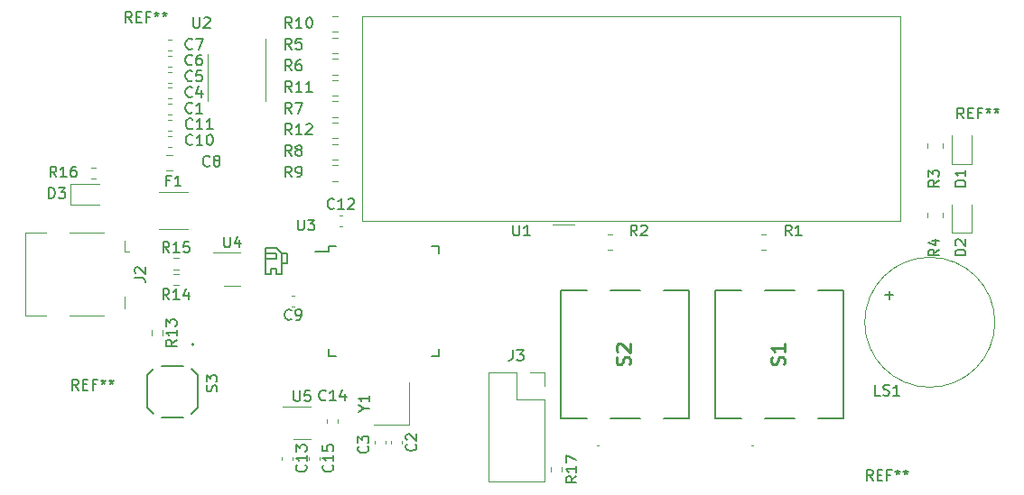
<source format=gbr>
%TF.GenerationSoftware,KiCad,Pcbnew,(7.0.0)*%
%TF.CreationDate,2023-04-21T02:36:57-06:00*%
%TF.ProjectId,Phase_B_ATMEGA_v3,50686173-655f-4425-9f41-544d4547415f,rev?*%
%TF.SameCoordinates,Original*%
%TF.FileFunction,Legend,Top*%
%TF.FilePolarity,Positive*%
%FSLAX46Y46*%
G04 Gerber Fmt 4.6, Leading zero omitted, Abs format (unit mm)*
G04 Created by KiCad (PCBNEW (7.0.0)) date 2023-04-21 02:36:57*
%MOMM*%
%LPD*%
G01*
G04 APERTURE LIST*
%ADD10C,0.150000*%
%ADD11C,0.254000*%
%ADD12C,0.120000*%
%ADD13C,0.200000*%
%ADD14C,0.127000*%
%ADD15C,0.100000*%
G04 APERTURE END LIST*
D10*
X77775000Y-73300000D02*
X76775000Y-73300000D01*
X77775000Y-72800000D02*
X77775000Y-73300000D01*
X76775000Y-72800000D02*
X77775000Y-72800000D01*
X78775000Y-73800000D02*
X78275000Y-73800000D01*
X78775000Y-72800000D02*
X78775000Y-73800000D01*
X78275000Y-72800000D02*
X78775000Y-72800000D01*
X76775000Y-72300000D02*
X77275000Y-72300000D01*
X76775000Y-74800000D02*
X76775000Y-72300000D01*
X77275000Y-74800000D02*
X76775000Y-74800000D01*
X77275000Y-74300000D02*
X77275000Y-74800000D01*
X77775000Y-74300000D02*
X77275000Y-74300000D01*
X77775000Y-74800000D02*
X77775000Y-74300000D01*
X78275000Y-74800000D02*
X77775000Y-74800000D01*
X78275000Y-72800000D02*
X78275000Y-74800000D01*
X77775000Y-72300000D02*
X78275000Y-72800000D01*
X77275000Y-72300000D02*
X77775000Y-72300000D01*
X77775000Y-72300000D02*
X77275000Y-72300000D01*
X77275000Y-72300000D02*
X77775000Y-72300000D01*
%TO.C,REF\u002A\u002A*%
X133741666Y-94167380D02*
X133408333Y-93691190D01*
X133170238Y-94167380D02*
X133170238Y-93167380D01*
X133170238Y-93167380D02*
X133551190Y-93167380D01*
X133551190Y-93167380D02*
X133646428Y-93215000D01*
X133646428Y-93215000D02*
X133694047Y-93262619D01*
X133694047Y-93262619D02*
X133741666Y-93357857D01*
X133741666Y-93357857D02*
X133741666Y-93500714D01*
X133741666Y-93500714D02*
X133694047Y-93595952D01*
X133694047Y-93595952D02*
X133646428Y-93643571D01*
X133646428Y-93643571D02*
X133551190Y-93691190D01*
X133551190Y-93691190D02*
X133170238Y-93691190D01*
X134170238Y-93643571D02*
X134503571Y-93643571D01*
X134646428Y-94167380D02*
X134170238Y-94167380D01*
X134170238Y-94167380D02*
X134170238Y-93167380D01*
X134170238Y-93167380D02*
X134646428Y-93167380D01*
X135408333Y-93643571D02*
X135075000Y-93643571D01*
X135075000Y-94167380D02*
X135075000Y-93167380D01*
X135075000Y-93167380D02*
X135551190Y-93167380D01*
X136075000Y-93167380D02*
X136075000Y-93405476D01*
X135836905Y-93310238D02*
X136075000Y-93405476D01*
X136075000Y-93405476D02*
X136313095Y-93310238D01*
X135932143Y-93595952D02*
X136075000Y-93405476D01*
X136075000Y-93405476D02*
X136217857Y-93595952D01*
X136836905Y-93167380D02*
X136836905Y-93405476D01*
X136598810Y-93310238D02*
X136836905Y-93405476D01*
X136836905Y-93405476D02*
X137075000Y-93310238D01*
X136694048Y-93595952D02*
X136836905Y-93405476D01*
X136836905Y-93405476D02*
X136979762Y-93595952D01*
X142241666Y-60167380D02*
X141908333Y-59691190D01*
X141670238Y-60167380D02*
X141670238Y-59167380D01*
X141670238Y-59167380D02*
X142051190Y-59167380D01*
X142051190Y-59167380D02*
X142146428Y-59215000D01*
X142146428Y-59215000D02*
X142194047Y-59262619D01*
X142194047Y-59262619D02*
X142241666Y-59357857D01*
X142241666Y-59357857D02*
X142241666Y-59500714D01*
X142241666Y-59500714D02*
X142194047Y-59595952D01*
X142194047Y-59595952D02*
X142146428Y-59643571D01*
X142146428Y-59643571D02*
X142051190Y-59691190D01*
X142051190Y-59691190D02*
X141670238Y-59691190D01*
X142670238Y-59643571D02*
X143003571Y-59643571D01*
X143146428Y-60167380D02*
X142670238Y-60167380D01*
X142670238Y-60167380D02*
X142670238Y-59167380D01*
X142670238Y-59167380D02*
X143146428Y-59167380D01*
X143908333Y-59643571D02*
X143575000Y-59643571D01*
X143575000Y-60167380D02*
X143575000Y-59167380D01*
X143575000Y-59167380D02*
X144051190Y-59167380D01*
X144575000Y-59167380D02*
X144575000Y-59405476D01*
X144336905Y-59310238D02*
X144575000Y-59405476D01*
X144575000Y-59405476D02*
X144813095Y-59310238D01*
X144432143Y-59595952D02*
X144575000Y-59405476D01*
X144575000Y-59405476D02*
X144717857Y-59595952D01*
X145336905Y-59167380D02*
X145336905Y-59405476D01*
X145098810Y-59310238D02*
X145336905Y-59405476D01*
X145336905Y-59405476D02*
X145575000Y-59310238D01*
X145194048Y-59595952D02*
X145336905Y-59405476D01*
X145336905Y-59405476D02*
X145479762Y-59595952D01*
X64241666Y-51167380D02*
X63908333Y-50691190D01*
X63670238Y-51167380D02*
X63670238Y-50167380D01*
X63670238Y-50167380D02*
X64051190Y-50167380D01*
X64051190Y-50167380D02*
X64146428Y-50215000D01*
X64146428Y-50215000D02*
X64194047Y-50262619D01*
X64194047Y-50262619D02*
X64241666Y-50357857D01*
X64241666Y-50357857D02*
X64241666Y-50500714D01*
X64241666Y-50500714D02*
X64194047Y-50595952D01*
X64194047Y-50595952D02*
X64146428Y-50643571D01*
X64146428Y-50643571D02*
X64051190Y-50691190D01*
X64051190Y-50691190D02*
X63670238Y-50691190D01*
X64670238Y-50643571D02*
X65003571Y-50643571D01*
X65146428Y-51167380D02*
X64670238Y-51167380D01*
X64670238Y-51167380D02*
X64670238Y-50167380D01*
X64670238Y-50167380D02*
X65146428Y-50167380D01*
X65908333Y-50643571D02*
X65575000Y-50643571D01*
X65575000Y-51167380D02*
X65575000Y-50167380D01*
X65575000Y-50167380D02*
X66051190Y-50167380D01*
X66575000Y-50167380D02*
X66575000Y-50405476D01*
X66336905Y-50310238D02*
X66575000Y-50405476D01*
X66575000Y-50405476D02*
X66813095Y-50310238D01*
X66432143Y-50595952D02*
X66575000Y-50405476D01*
X66575000Y-50405476D02*
X66717857Y-50595952D01*
X67336905Y-50167380D02*
X67336905Y-50405476D01*
X67098810Y-50310238D02*
X67336905Y-50405476D01*
X67336905Y-50405476D02*
X67575000Y-50310238D01*
X67194048Y-50595952D02*
X67336905Y-50405476D01*
X67336905Y-50405476D02*
X67479762Y-50595952D01*
X59241666Y-85667380D02*
X58908333Y-85191190D01*
X58670238Y-85667380D02*
X58670238Y-84667380D01*
X58670238Y-84667380D02*
X59051190Y-84667380D01*
X59051190Y-84667380D02*
X59146428Y-84715000D01*
X59146428Y-84715000D02*
X59194047Y-84762619D01*
X59194047Y-84762619D02*
X59241666Y-84857857D01*
X59241666Y-84857857D02*
X59241666Y-85000714D01*
X59241666Y-85000714D02*
X59194047Y-85095952D01*
X59194047Y-85095952D02*
X59146428Y-85143571D01*
X59146428Y-85143571D02*
X59051190Y-85191190D01*
X59051190Y-85191190D02*
X58670238Y-85191190D01*
X59670238Y-85143571D02*
X60003571Y-85143571D01*
X60146428Y-85667380D02*
X59670238Y-85667380D01*
X59670238Y-85667380D02*
X59670238Y-84667380D01*
X59670238Y-84667380D02*
X60146428Y-84667380D01*
X60908333Y-85143571D02*
X60575000Y-85143571D01*
X60575000Y-85667380D02*
X60575000Y-84667380D01*
X60575000Y-84667380D02*
X61051190Y-84667380D01*
X61575000Y-84667380D02*
X61575000Y-84905476D01*
X61336905Y-84810238D02*
X61575000Y-84905476D01*
X61575000Y-84905476D02*
X61813095Y-84810238D01*
X61432143Y-85095952D02*
X61575000Y-84905476D01*
X61575000Y-84905476D02*
X61717857Y-85095952D01*
X62336905Y-84667380D02*
X62336905Y-84905476D01*
X62098810Y-84810238D02*
X62336905Y-84905476D01*
X62336905Y-84905476D02*
X62575000Y-84810238D01*
X62194048Y-85095952D02*
X62336905Y-84905476D01*
X62336905Y-84905476D02*
X62479762Y-85095952D01*
%TO.C,Y1*%
X86016190Y-87376190D02*
X86492380Y-87376190D01*
X85492380Y-87709523D02*
X86016190Y-87376190D01*
X86016190Y-87376190D02*
X85492380Y-87042857D01*
X86492380Y-86185714D02*
X86492380Y-86757142D01*
X86492380Y-86471428D02*
X85492380Y-86471428D01*
X85492380Y-86471428D02*
X85635238Y-86566666D01*
X85635238Y-86566666D02*
X85730476Y-86661904D01*
X85730476Y-86661904D02*
X85778095Y-86757142D01*
%TO.C,U5*%
X79450595Y-85717380D02*
X79450595Y-86526904D01*
X79450595Y-86526904D02*
X79498214Y-86622142D01*
X79498214Y-86622142D02*
X79545833Y-86669761D01*
X79545833Y-86669761D02*
X79641071Y-86717380D01*
X79641071Y-86717380D02*
X79831547Y-86717380D01*
X79831547Y-86717380D02*
X79926785Y-86669761D01*
X79926785Y-86669761D02*
X79974404Y-86622142D01*
X79974404Y-86622142D02*
X80022023Y-86526904D01*
X80022023Y-86526904D02*
X80022023Y-85717380D01*
X80974404Y-85717380D02*
X80498214Y-85717380D01*
X80498214Y-85717380D02*
X80450595Y-86193571D01*
X80450595Y-86193571D02*
X80498214Y-86145952D01*
X80498214Y-86145952D02*
X80593452Y-86098333D01*
X80593452Y-86098333D02*
X80831547Y-86098333D01*
X80831547Y-86098333D02*
X80926785Y-86145952D01*
X80926785Y-86145952D02*
X80974404Y-86193571D01*
X80974404Y-86193571D02*
X81022023Y-86288809D01*
X81022023Y-86288809D02*
X81022023Y-86526904D01*
X81022023Y-86526904D02*
X80974404Y-86622142D01*
X80974404Y-86622142D02*
X80926785Y-86669761D01*
X80926785Y-86669761D02*
X80831547Y-86717380D01*
X80831547Y-86717380D02*
X80593452Y-86717380D01*
X80593452Y-86717380D02*
X80498214Y-86669761D01*
X80498214Y-86669761D02*
X80450595Y-86622142D01*
%TO.C,U4*%
X72888095Y-71267380D02*
X72888095Y-72076904D01*
X72888095Y-72076904D02*
X72935714Y-72172142D01*
X72935714Y-72172142D02*
X72983333Y-72219761D01*
X72983333Y-72219761D02*
X73078571Y-72267380D01*
X73078571Y-72267380D02*
X73269047Y-72267380D01*
X73269047Y-72267380D02*
X73364285Y-72219761D01*
X73364285Y-72219761D02*
X73411904Y-72172142D01*
X73411904Y-72172142D02*
X73459523Y-72076904D01*
X73459523Y-72076904D02*
X73459523Y-71267380D01*
X74364285Y-71600714D02*
X74364285Y-72267380D01*
X74126190Y-71219761D02*
X73888095Y-71934047D01*
X73888095Y-71934047D02*
X74507142Y-71934047D01*
%TO.C,U3*%
X79813095Y-69667380D02*
X79813095Y-70476904D01*
X79813095Y-70476904D02*
X79860714Y-70572142D01*
X79860714Y-70572142D02*
X79908333Y-70619761D01*
X79908333Y-70619761D02*
X80003571Y-70667380D01*
X80003571Y-70667380D02*
X80194047Y-70667380D01*
X80194047Y-70667380D02*
X80289285Y-70619761D01*
X80289285Y-70619761D02*
X80336904Y-70572142D01*
X80336904Y-70572142D02*
X80384523Y-70476904D01*
X80384523Y-70476904D02*
X80384523Y-69667380D01*
X80765476Y-69667380D02*
X81384523Y-69667380D01*
X81384523Y-69667380D02*
X81051190Y-70048333D01*
X81051190Y-70048333D02*
X81194047Y-70048333D01*
X81194047Y-70048333D02*
X81289285Y-70095952D01*
X81289285Y-70095952D02*
X81336904Y-70143571D01*
X81336904Y-70143571D02*
X81384523Y-70238809D01*
X81384523Y-70238809D02*
X81384523Y-70476904D01*
X81384523Y-70476904D02*
X81336904Y-70572142D01*
X81336904Y-70572142D02*
X81289285Y-70619761D01*
X81289285Y-70619761D02*
X81194047Y-70667380D01*
X81194047Y-70667380D02*
X80908333Y-70667380D01*
X80908333Y-70667380D02*
X80813095Y-70619761D01*
X80813095Y-70619761D02*
X80765476Y-70572142D01*
%TO.C,U2*%
X70013095Y-50667380D02*
X70013095Y-51476904D01*
X70013095Y-51476904D02*
X70060714Y-51572142D01*
X70060714Y-51572142D02*
X70108333Y-51619761D01*
X70108333Y-51619761D02*
X70203571Y-51667380D01*
X70203571Y-51667380D02*
X70394047Y-51667380D01*
X70394047Y-51667380D02*
X70489285Y-51619761D01*
X70489285Y-51619761D02*
X70536904Y-51572142D01*
X70536904Y-51572142D02*
X70584523Y-51476904D01*
X70584523Y-51476904D02*
X70584523Y-50667380D01*
X71013095Y-50762619D02*
X71060714Y-50715000D01*
X71060714Y-50715000D02*
X71155952Y-50667380D01*
X71155952Y-50667380D02*
X71394047Y-50667380D01*
X71394047Y-50667380D02*
X71489285Y-50715000D01*
X71489285Y-50715000D02*
X71536904Y-50762619D01*
X71536904Y-50762619D02*
X71584523Y-50857857D01*
X71584523Y-50857857D02*
X71584523Y-50953095D01*
X71584523Y-50953095D02*
X71536904Y-51095952D01*
X71536904Y-51095952D02*
X70965476Y-51667380D01*
X70965476Y-51667380D02*
X71584523Y-51667380D01*
%TO.C,U1*%
X100013095Y-70167380D02*
X100013095Y-70976904D01*
X100013095Y-70976904D02*
X100060714Y-71072142D01*
X100060714Y-71072142D02*
X100108333Y-71119761D01*
X100108333Y-71119761D02*
X100203571Y-71167380D01*
X100203571Y-71167380D02*
X100394047Y-71167380D01*
X100394047Y-71167380D02*
X100489285Y-71119761D01*
X100489285Y-71119761D02*
X100536904Y-71072142D01*
X100536904Y-71072142D02*
X100584523Y-70976904D01*
X100584523Y-70976904D02*
X100584523Y-70167380D01*
X101584523Y-71167380D02*
X101013095Y-71167380D01*
X101298809Y-71167380D02*
X101298809Y-70167380D01*
X101298809Y-70167380D02*
X101203571Y-70310238D01*
X101203571Y-70310238D02*
X101108333Y-70405476D01*
X101108333Y-70405476D02*
X101013095Y-70453095D01*
%TO.C,S3*%
X72204761Y-85799904D02*
X72252380Y-85657047D01*
X72252380Y-85657047D02*
X72252380Y-85418952D01*
X72252380Y-85418952D02*
X72204761Y-85323714D01*
X72204761Y-85323714D02*
X72157142Y-85276095D01*
X72157142Y-85276095D02*
X72061904Y-85228476D01*
X72061904Y-85228476D02*
X71966666Y-85228476D01*
X71966666Y-85228476D02*
X71871428Y-85276095D01*
X71871428Y-85276095D02*
X71823809Y-85323714D01*
X71823809Y-85323714D02*
X71776190Y-85418952D01*
X71776190Y-85418952D02*
X71728571Y-85609428D01*
X71728571Y-85609428D02*
X71680952Y-85704666D01*
X71680952Y-85704666D02*
X71633333Y-85752285D01*
X71633333Y-85752285D02*
X71538095Y-85799904D01*
X71538095Y-85799904D02*
X71442857Y-85799904D01*
X71442857Y-85799904D02*
X71347619Y-85752285D01*
X71347619Y-85752285D02*
X71300000Y-85704666D01*
X71300000Y-85704666D02*
X71252380Y-85609428D01*
X71252380Y-85609428D02*
X71252380Y-85371333D01*
X71252380Y-85371333D02*
X71300000Y-85228476D01*
X71252380Y-84895142D02*
X71252380Y-84276095D01*
X71252380Y-84276095D02*
X71633333Y-84609428D01*
X71633333Y-84609428D02*
X71633333Y-84466571D01*
X71633333Y-84466571D02*
X71680952Y-84371333D01*
X71680952Y-84371333D02*
X71728571Y-84323714D01*
X71728571Y-84323714D02*
X71823809Y-84276095D01*
X71823809Y-84276095D02*
X72061904Y-84276095D01*
X72061904Y-84276095D02*
X72157142Y-84323714D01*
X72157142Y-84323714D02*
X72204761Y-84371333D01*
X72204761Y-84371333D02*
X72252380Y-84466571D01*
X72252380Y-84466571D02*
X72252380Y-84752285D01*
X72252380Y-84752285D02*
X72204761Y-84847523D01*
X72204761Y-84847523D02*
X72157142Y-84895142D01*
D11*
%TO.C,S2*%
X110893597Y-83267619D02*
X110954073Y-83086190D01*
X110954073Y-83086190D02*
X110954073Y-82783809D01*
X110954073Y-82783809D02*
X110893597Y-82662857D01*
X110893597Y-82662857D02*
X110833121Y-82602381D01*
X110833121Y-82602381D02*
X110712169Y-82541904D01*
X110712169Y-82541904D02*
X110591216Y-82541904D01*
X110591216Y-82541904D02*
X110470264Y-82602381D01*
X110470264Y-82602381D02*
X110409788Y-82662857D01*
X110409788Y-82662857D02*
X110349311Y-82783809D01*
X110349311Y-82783809D02*
X110288835Y-83025714D01*
X110288835Y-83025714D02*
X110228359Y-83146666D01*
X110228359Y-83146666D02*
X110167883Y-83207143D01*
X110167883Y-83207143D02*
X110046930Y-83267619D01*
X110046930Y-83267619D02*
X109925978Y-83267619D01*
X109925978Y-83267619D02*
X109805026Y-83207143D01*
X109805026Y-83207143D02*
X109744550Y-83146666D01*
X109744550Y-83146666D02*
X109684073Y-83025714D01*
X109684073Y-83025714D02*
X109684073Y-82723333D01*
X109684073Y-82723333D02*
X109744550Y-82541904D01*
X109805026Y-82058095D02*
X109744550Y-81997619D01*
X109744550Y-81997619D02*
X109684073Y-81876666D01*
X109684073Y-81876666D02*
X109684073Y-81574285D01*
X109684073Y-81574285D02*
X109744550Y-81453333D01*
X109744550Y-81453333D02*
X109805026Y-81392857D01*
X109805026Y-81392857D02*
X109925978Y-81332380D01*
X109925978Y-81332380D02*
X110046930Y-81332380D01*
X110046930Y-81332380D02*
X110228359Y-81392857D01*
X110228359Y-81392857D02*
X110954073Y-82118571D01*
X110954073Y-82118571D02*
X110954073Y-81332380D01*
%TO.C,S1*%
X125393597Y-83267619D02*
X125454073Y-83086190D01*
X125454073Y-83086190D02*
X125454073Y-82783809D01*
X125454073Y-82783809D02*
X125393597Y-82662857D01*
X125393597Y-82662857D02*
X125333121Y-82602381D01*
X125333121Y-82602381D02*
X125212169Y-82541904D01*
X125212169Y-82541904D02*
X125091216Y-82541904D01*
X125091216Y-82541904D02*
X124970264Y-82602381D01*
X124970264Y-82602381D02*
X124909788Y-82662857D01*
X124909788Y-82662857D02*
X124849311Y-82783809D01*
X124849311Y-82783809D02*
X124788835Y-83025714D01*
X124788835Y-83025714D02*
X124728359Y-83146666D01*
X124728359Y-83146666D02*
X124667883Y-83207143D01*
X124667883Y-83207143D02*
X124546930Y-83267619D01*
X124546930Y-83267619D02*
X124425978Y-83267619D01*
X124425978Y-83267619D02*
X124305026Y-83207143D01*
X124305026Y-83207143D02*
X124244550Y-83146666D01*
X124244550Y-83146666D02*
X124184073Y-83025714D01*
X124184073Y-83025714D02*
X124184073Y-82723333D01*
X124184073Y-82723333D02*
X124244550Y-82541904D01*
X125454073Y-81332380D02*
X125454073Y-82058095D01*
X125454073Y-81695238D02*
X124184073Y-81695238D01*
X124184073Y-81695238D02*
X124365502Y-81816190D01*
X124365502Y-81816190D02*
X124486454Y-81937142D01*
X124486454Y-81937142D02*
X124546930Y-82058095D01*
D10*
%TO.C,R17*%
X105942380Y-93767857D02*
X105466190Y-94101190D01*
X105942380Y-94339285D02*
X104942380Y-94339285D01*
X104942380Y-94339285D02*
X104942380Y-93958333D01*
X104942380Y-93958333D02*
X104990000Y-93863095D01*
X104990000Y-93863095D02*
X105037619Y-93815476D01*
X105037619Y-93815476D02*
X105132857Y-93767857D01*
X105132857Y-93767857D02*
X105275714Y-93767857D01*
X105275714Y-93767857D02*
X105370952Y-93815476D01*
X105370952Y-93815476D02*
X105418571Y-93863095D01*
X105418571Y-93863095D02*
X105466190Y-93958333D01*
X105466190Y-93958333D02*
X105466190Y-94339285D01*
X105942380Y-92815476D02*
X105942380Y-93386904D01*
X105942380Y-93101190D02*
X104942380Y-93101190D01*
X104942380Y-93101190D02*
X105085238Y-93196428D01*
X105085238Y-93196428D02*
X105180476Y-93291666D01*
X105180476Y-93291666D02*
X105228095Y-93386904D01*
X104942380Y-92482142D02*
X104942380Y-91815476D01*
X104942380Y-91815476D02*
X105942380Y-92244047D01*
%TO.C,R16*%
X57182142Y-65667380D02*
X56848809Y-65191190D01*
X56610714Y-65667380D02*
X56610714Y-64667380D01*
X56610714Y-64667380D02*
X56991666Y-64667380D01*
X56991666Y-64667380D02*
X57086904Y-64715000D01*
X57086904Y-64715000D02*
X57134523Y-64762619D01*
X57134523Y-64762619D02*
X57182142Y-64857857D01*
X57182142Y-64857857D02*
X57182142Y-65000714D01*
X57182142Y-65000714D02*
X57134523Y-65095952D01*
X57134523Y-65095952D02*
X57086904Y-65143571D01*
X57086904Y-65143571D02*
X56991666Y-65191190D01*
X56991666Y-65191190D02*
X56610714Y-65191190D01*
X58134523Y-65667380D02*
X57563095Y-65667380D01*
X57848809Y-65667380D02*
X57848809Y-64667380D01*
X57848809Y-64667380D02*
X57753571Y-64810238D01*
X57753571Y-64810238D02*
X57658333Y-64905476D01*
X57658333Y-64905476D02*
X57563095Y-64953095D01*
X58991666Y-64667380D02*
X58801190Y-64667380D01*
X58801190Y-64667380D02*
X58705952Y-64715000D01*
X58705952Y-64715000D02*
X58658333Y-64762619D01*
X58658333Y-64762619D02*
X58563095Y-64905476D01*
X58563095Y-64905476D02*
X58515476Y-65095952D01*
X58515476Y-65095952D02*
X58515476Y-65476904D01*
X58515476Y-65476904D02*
X58563095Y-65572142D01*
X58563095Y-65572142D02*
X58610714Y-65619761D01*
X58610714Y-65619761D02*
X58705952Y-65667380D01*
X58705952Y-65667380D02*
X58896428Y-65667380D01*
X58896428Y-65667380D02*
X58991666Y-65619761D01*
X58991666Y-65619761D02*
X59039285Y-65572142D01*
X59039285Y-65572142D02*
X59086904Y-65476904D01*
X59086904Y-65476904D02*
X59086904Y-65238809D01*
X59086904Y-65238809D02*
X59039285Y-65143571D01*
X59039285Y-65143571D02*
X58991666Y-65095952D01*
X58991666Y-65095952D02*
X58896428Y-65048333D01*
X58896428Y-65048333D02*
X58705952Y-65048333D01*
X58705952Y-65048333D02*
X58610714Y-65095952D01*
X58610714Y-65095952D02*
X58563095Y-65143571D01*
X58563095Y-65143571D02*
X58515476Y-65238809D01*
%TO.C,R15*%
X67757142Y-72737380D02*
X67423809Y-72261190D01*
X67185714Y-72737380D02*
X67185714Y-71737380D01*
X67185714Y-71737380D02*
X67566666Y-71737380D01*
X67566666Y-71737380D02*
X67661904Y-71785000D01*
X67661904Y-71785000D02*
X67709523Y-71832619D01*
X67709523Y-71832619D02*
X67757142Y-71927857D01*
X67757142Y-71927857D02*
X67757142Y-72070714D01*
X67757142Y-72070714D02*
X67709523Y-72165952D01*
X67709523Y-72165952D02*
X67661904Y-72213571D01*
X67661904Y-72213571D02*
X67566666Y-72261190D01*
X67566666Y-72261190D02*
X67185714Y-72261190D01*
X68709523Y-72737380D02*
X68138095Y-72737380D01*
X68423809Y-72737380D02*
X68423809Y-71737380D01*
X68423809Y-71737380D02*
X68328571Y-71880238D01*
X68328571Y-71880238D02*
X68233333Y-71975476D01*
X68233333Y-71975476D02*
X68138095Y-72023095D01*
X69614285Y-71737380D02*
X69138095Y-71737380D01*
X69138095Y-71737380D02*
X69090476Y-72213571D01*
X69090476Y-72213571D02*
X69138095Y-72165952D01*
X69138095Y-72165952D02*
X69233333Y-72118333D01*
X69233333Y-72118333D02*
X69471428Y-72118333D01*
X69471428Y-72118333D02*
X69566666Y-72165952D01*
X69566666Y-72165952D02*
X69614285Y-72213571D01*
X69614285Y-72213571D02*
X69661904Y-72308809D01*
X69661904Y-72308809D02*
X69661904Y-72546904D01*
X69661904Y-72546904D02*
X69614285Y-72642142D01*
X69614285Y-72642142D02*
X69566666Y-72689761D01*
X69566666Y-72689761D02*
X69471428Y-72737380D01*
X69471428Y-72737380D02*
X69233333Y-72737380D01*
X69233333Y-72737380D02*
X69138095Y-72689761D01*
X69138095Y-72689761D02*
X69090476Y-72642142D01*
%TO.C,R14*%
X67757142Y-77167380D02*
X67423809Y-76691190D01*
X67185714Y-77167380D02*
X67185714Y-76167380D01*
X67185714Y-76167380D02*
X67566666Y-76167380D01*
X67566666Y-76167380D02*
X67661904Y-76215000D01*
X67661904Y-76215000D02*
X67709523Y-76262619D01*
X67709523Y-76262619D02*
X67757142Y-76357857D01*
X67757142Y-76357857D02*
X67757142Y-76500714D01*
X67757142Y-76500714D02*
X67709523Y-76595952D01*
X67709523Y-76595952D02*
X67661904Y-76643571D01*
X67661904Y-76643571D02*
X67566666Y-76691190D01*
X67566666Y-76691190D02*
X67185714Y-76691190D01*
X68709523Y-77167380D02*
X68138095Y-77167380D01*
X68423809Y-77167380D02*
X68423809Y-76167380D01*
X68423809Y-76167380D02*
X68328571Y-76310238D01*
X68328571Y-76310238D02*
X68233333Y-76405476D01*
X68233333Y-76405476D02*
X68138095Y-76453095D01*
X69566666Y-76500714D02*
X69566666Y-77167380D01*
X69328571Y-76119761D02*
X69090476Y-76834047D01*
X69090476Y-76834047D02*
X69709523Y-76834047D01*
%TO.C,R13*%
X68447380Y-80942857D02*
X67971190Y-81276190D01*
X68447380Y-81514285D02*
X67447380Y-81514285D01*
X67447380Y-81514285D02*
X67447380Y-81133333D01*
X67447380Y-81133333D02*
X67495000Y-81038095D01*
X67495000Y-81038095D02*
X67542619Y-80990476D01*
X67542619Y-80990476D02*
X67637857Y-80942857D01*
X67637857Y-80942857D02*
X67780714Y-80942857D01*
X67780714Y-80942857D02*
X67875952Y-80990476D01*
X67875952Y-80990476D02*
X67923571Y-81038095D01*
X67923571Y-81038095D02*
X67971190Y-81133333D01*
X67971190Y-81133333D02*
X67971190Y-81514285D01*
X68447380Y-79990476D02*
X68447380Y-80561904D01*
X68447380Y-80276190D02*
X67447380Y-80276190D01*
X67447380Y-80276190D02*
X67590238Y-80371428D01*
X67590238Y-80371428D02*
X67685476Y-80466666D01*
X67685476Y-80466666D02*
X67733095Y-80561904D01*
X67447380Y-79657142D02*
X67447380Y-79038095D01*
X67447380Y-79038095D02*
X67828333Y-79371428D01*
X67828333Y-79371428D02*
X67828333Y-79228571D01*
X67828333Y-79228571D02*
X67875952Y-79133333D01*
X67875952Y-79133333D02*
X67923571Y-79085714D01*
X67923571Y-79085714D02*
X68018809Y-79038095D01*
X68018809Y-79038095D02*
X68256904Y-79038095D01*
X68256904Y-79038095D02*
X68352142Y-79085714D01*
X68352142Y-79085714D02*
X68399761Y-79133333D01*
X68399761Y-79133333D02*
X68447380Y-79228571D01*
X68447380Y-79228571D02*
X68447380Y-79514285D01*
X68447380Y-79514285D02*
X68399761Y-79609523D01*
X68399761Y-79609523D02*
X68352142Y-79657142D01*
%TO.C,R12*%
X79257142Y-61667380D02*
X78923809Y-61191190D01*
X78685714Y-61667380D02*
X78685714Y-60667380D01*
X78685714Y-60667380D02*
X79066666Y-60667380D01*
X79066666Y-60667380D02*
X79161904Y-60715000D01*
X79161904Y-60715000D02*
X79209523Y-60762619D01*
X79209523Y-60762619D02*
X79257142Y-60857857D01*
X79257142Y-60857857D02*
X79257142Y-61000714D01*
X79257142Y-61000714D02*
X79209523Y-61095952D01*
X79209523Y-61095952D02*
X79161904Y-61143571D01*
X79161904Y-61143571D02*
X79066666Y-61191190D01*
X79066666Y-61191190D02*
X78685714Y-61191190D01*
X80209523Y-61667380D02*
X79638095Y-61667380D01*
X79923809Y-61667380D02*
X79923809Y-60667380D01*
X79923809Y-60667380D02*
X79828571Y-60810238D01*
X79828571Y-60810238D02*
X79733333Y-60905476D01*
X79733333Y-60905476D02*
X79638095Y-60953095D01*
X80590476Y-60762619D02*
X80638095Y-60715000D01*
X80638095Y-60715000D02*
X80733333Y-60667380D01*
X80733333Y-60667380D02*
X80971428Y-60667380D01*
X80971428Y-60667380D02*
X81066666Y-60715000D01*
X81066666Y-60715000D02*
X81114285Y-60762619D01*
X81114285Y-60762619D02*
X81161904Y-60857857D01*
X81161904Y-60857857D02*
X81161904Y-60953095D01*
X81161904Y-60953095D02*
X81114285Y-61095952D01*
X81114285Y-61095952D02*
X80542857Y-61667380D01*
X80542857Y-61667380D02*
X81161904Y-61667380D01*
%TO.C,R11*%
X79257142Y-57667380D02*
X78923809Y-57191190D01*
X78685714Y-57667380D02*
X78685714Y-56667380D01*
X78685714Y-56667380D02*
X79066666Y-56667380D01*
X79066666Y-56667380D02*
X79161904Y-56715000D01*
X79161904Y-56715000D02*
X79209523Y-56762619D01*
X79209523Y-56762619D02*
X79257142Y-56857857D01*
X79257142Y-56857857D02*
X79257142Y-57000714D01*
X79257142Y-57000714D02*
X79209523Y-57095952D01*
X79209523Y-57095952D02*
X79161904Y-57143571D01*
X79161904Y-57143571D02*
X79066666Y-57191190D01*
X79066666Y-57191190D02*
X78685714Y-57191190D01*
X80209523Y-57667380D02*
X79638095Y-57667380D01*
X79923809Y-57667380D02*
X79923809Y-56667380D01*
X79923809Y-56667380D02*
X79828571Y-56810238D01*
X79828571Y-56810238D02*
X79733333Y-56905476D01*
X79733333Y-56905476D02*
X79638095Y-56953095D01*
X81161904Y-57667380D02*
X80590476Y-57667380D01*
X80876190Y-57667380D02*
X80876190Y-56667380D01*
X80876190Y-56667380D02*
X80780952Y-56810238D01*
X80780952Y-56810238D02*
X80685714Y-56905476D01*
X80685714Y-56905476D02*
X80590476Y-56953095D01*
%TO.C,R10*%
X79257142Y-51667380D02*
X78923809Y-51191190D01*
X78685714Y-51667380D02*
X78685714Y-50667380D01*
X78685714Y-50667380D02*
X79066666Y-50667380D01*
X79066666Y-50667380D02*
X79161904Y-50715000D01*
X79161904Y-50715000D02*
X79209523Y-50762619D01*
X79209523Y-50762619D02*
X79257142Y-50857857D01*
X79257142Y-50857857D02*
X79257142Y-51000714D01*
X79257142Y-51000714D02*
X79209523Y-51095952D01*
X79209523Y-51095952D02*
X79161904Y-51143571D01*
X79161904Y-51143571D02*
X79066666Y-51191190D01*
X79066666Y-51191190D02*
X78685714Y-51191190D01*
X80209523Y-51667380D02*
X79638095Y-51667380D01*
X79923809Y-51667380D02*
X79923809Y-50667380D01*
X79923809Y-50667380D02*
X79828571Y-50810238D01*
X79828571Y-50810238D02*
X79733333Y-50905476D01*
X79733333Y-50905476D02*
X79638095Y-50953095D01*
X80828571Y-50667380D02*
X80923809Y-50667380D01*
X80923809Y-50667380D02*
X81019047Y-50715000D01*
X81019047Y-50715000D02*
X81066666Y-50762619D01*
X81066666Y-50762619D02*
X81114285Y-50857857D01*
X81114285Y-50857857D02*
X81161904Y-51048333D01*
X81161904Y-51048333D02*
X81161904Y-51286428D01*
X81161904Y-51286428D02*
X81114285Y-51476904D01*
X81114285Y-51476904D02*
X81066666Y-51572142D01*
X81066666Y-51572142D02*
X81019047Y-51619761D01*
X81019047Y-51619761D02*
X80923809Y-51667380D01*
X80923809Y-51667380D02*
X80828571Y-51667380D01*
X80828571Y-51667380D02*
X80733333Y-51619761D01*
X80733333Y-51619761D02*
X80685714Y-51572142D01*
X80685714Y-51572142D02*
X80638095Y-51476904D01*
X80638095Y-51476904D02*
X80590476Y-51286428D01*
X80590476Y-51286428D02*
X80590476Y-51048333D01*
X80590476Y-51048333D02*
X80638095Y-50857857D01*
X80638095Y-50857857D02*
X80685714Y-50762619D01*
X80685714Y-50762619D02*
X80733333Y-50715000D01*
X80733333Y-50715000D02*
X80828571Y-50667380D01*
%TO.C,R9*%
X79233333Y-65667380D02*
X78900000Y-65191190D01*
X78661905Y-65667380D02*
X78661905Y-64667380D01*
X78661905Y-64667380D02*
X79042857Y-64667380D01*
X79042857Y-64667380D02*
X79138095Y-64715000D01*
X79138095Y-64715000D02*
X79185714Y-64762619D01*
X79185714Y-64762619D02*
X79233333Y-64857857D01*
X79233333Y-64857857D02*
X79233333Y-65000714D01*
X79233333Y-65000714D02*
X79185714Y-65095952D01*
X79185714Y-65095952D02*
X79138095Y-65143571D01*
X79138095Y-65143571D02*
X79042857Y-65191190D01*
X79042857Y-65191190D02*
X78661905Y-65191190D01*
X79709524Y-65667380D02*
X79900000Y-65667380D01*
X79900000Y-65667380D02*
X79995238Y-65619761D01*
X79995238Y-65619761D02*
X80042857Y-65572142D01*
X80042857Y-65572142D02*
X80138095Y-65429285D01*
X80138095Y-65429285D02*
X80185714Y-65238809D01*
X80185714Y-65238809D02*
X80185714Y-64857857D01*
X80185714Y-64857857D02*
X80138095Y-64762619D01*
X80138095Y-64762619D02*
X80090476Y-64715000D01*
X80090476Y-64715000D02*
X79995238Y-64667380D01*
X79995238Y-64667380D02*
X79804762Y-64667380D01*
X79804762Y-64667380D02*
X79709524Y-64715000D01*
X79709524Y-64715000D02*
X79661905Y-64762619D01*
X79661905Y-64762619D02*
X79614286Y-64857857D01*
X79614286Y-64857857D02*
X79614286Y-65095952D01*
X79614286Y-65095952D02*
X79661905Y-65191190D01*
X79661905Y-65191190D02*
X79709524Y-65238809D01*
X79709524Y-65238809D02*
X79804762Y-65286428D01*
X79804762Y-65286428D02*
X79995238Y-65286428D01*
X79995238Y-65286428D02*
X80090476Y-65238809D01*
X80090476Y-65238809D02*
X80138095Y-65191190D01*
X80138095Y-65191190D02*
X80185714Y-65095952D01*
%TO.C,R8*%
X79233333Y-63667380D02*
X78900000Y-63191190D01*
X78661905Y-63667380D02*
X78661905Y-62667380D01*
X78661905Y-62667380D02*
X79042857Y-62667380D01*
X79042857Y-62667380D02*
X79138095Y-62715000D01*
X79138095Y-62715000D02*
X79185714Y-62762619D01*
X79185714Y-62762619D02*
X79233333Y-62857857D01*
X79233333Y-62857857D02*
X79233333Y-63000714D01*
X79233333Y-63000714D02*
X79185714Y-63095952D01*
X79185714Y-63095952D02*
X79138095Y-63143571D01*
X79138095Y-63143571D02*
X79042857Y-63191190D01*
X79042857Y-63191190D02*
X78661905Y-63191190D01*
X79804762Y-63095952D02*
X79709524Y-63048333D01*
X79709524Y-63048333D02*
X79661905Y-63000714D01*
X79661905Y-63000714D02*
X79614286Y-62905476D01*
X79614286Y-62905476D02*
X79614286Y-62857857D01*
X79614286Y-62857857D02*
X79661905Y-62762619D01*
X79661905Y-62762619D02*
X79709524Y-62715000D01*
X79709524Y-62715000D02*
X79804762Y-62667380D01*
X79804762Y-62667380D02*
X79995238Y-62667380D01*
X79995238Y-62667380D02*
X80090476Y-62715000D01*
X80090476Y-62715000D02*
X80138095Y-62762619D01*
X80138095Y-62762619D02*
X80185714Y-62857857D01*
X80185714Y-62857857D02*
X80185714Y-62905476D01*
X80185714Y-62905476D02*
X80138095Y-63000714D01*
X80138095Y-63000714D02*
X80090476Y-63048333D01*
X80090476Y-63048333D02*
X79995238Y-63095952D01*
X79995238Y-63095952D02*
X79804762Y-63095952D01*
X79804762Y-63095952D02*
X79709524Y-63143571D01*
X79709524Y-63143571D02*
X79661905Y-63191190D01*
X79661905Y-63191190D02*
X79614286Y-63286428D01*
X79614286Y-63286428D02*
X79614286Y-63476904D01*
X79614286Y-63476904D02*
X79661905Y-63572142D01*
X79661905Y-63572142D02*
X79709524Y-63619761D01*
X79709524Y-63619761D02*
X79804762Y-63667380D01*
X79804762Y-63667380D02*
X79995238Y-63667380D01*
X79995238Y-63667380D02*
X80090476Y-63619761D01*
X80090476Y-63619761D02*
X80138095Y-63572142D01*
X80138095Y-63572142D02*
X80185714Y-63476904D01*
X80185714Y-63476904D02*
X80185714Y-63286428D01*
X80185714Y-63286428D02*
X80138095Y-63191190D01*
X80138095Y-63191190D02*
X80090476Y-63143571D01*
X80090476Y-63143571D02*
X79995238Y-63095952D01*
%TO.C,R7*%
X79233333Y-59667380D02*
X78900000Y-59191190D01*
X78661905Y-59667380D02*
X78661905Y-58667380D01*
X78661905Y-58667380D02*
X79042857Y-58667380D01*
X79042857Y-58667380D02*
X79138095Y-58715000D01*
X79138095Y-58715000D02*
X79185714Y-58762619D01*
X79185714Y-58762619D02*
X79233333Y-58857857D01*
X79233333Y-58857857D02*
X79233333Y-59000714D01*
X79233333Y-59000714D02*
X79185714Y-59095952D01*
X79185714Y-59095952D02*
X79138095Y-59143571D01*
X79138095Y-59143571D02*
X79042857Y-59191190D01*
X79042857Y-59191190D02*
X78661905Y-59191190D01*
X79566667Y-58667380D02*
X80233333Y-58667380D01*
X80233333Y-58667380D02*
X79804762Y-59667380D01*
%TO.C,R6*%
X79233333Y-55667380D02*
X78900000Y-55191190D01*
X78661905Y-55667380D02*
X78661905Y-54667380D01*
X78661905Y-54667380D02*
X79042857Y-54667380D01*
X79042857Y-54667380D02*
X79138095Y-54715000D01*
X79138095Y-54715000D02*
X79185714Y-54762619D01*
X79185714Y-54762619D02*
X79233333Y-54857857D01*
X79233333Y-54857857D02*
X79233333Y-55000714D01*
X79233333Y-55000714D02*
X79185714Y-55095952D01*
X79185714Y-55095952D02*
X79138095Y-55143571D01*
X79138095Y-55143571D02*
X79042857Y-55191190D01*
X79042857Y-55191190D02*
X78661905Y-55191190D01*
X80090476Y-54667380D02*
X79900000Y-54667380D01*
X79900000Y-54667380D02*
X79804762Y-54715000D01*
X79804762Y-54715000D02*
X79757143Y-54762619D01*
X79757143Y-54762619D02*
X79661905Y-54905476D01*
X79661905Y-54905476D02*
X79614286Y-55095952D01*
X79614286Y-55095952D02*
X79614286Y-55476904D01*
X79614286Y-55476904D02*
X79661905Y-55572142D01*
X79661905Y-55572142D02*
X79709524Y-55619761D01*
X79709524Y-55619761D02*
X79804762Y-55667380D01*
X79804762Y-55667380D02*
X79995238Y-55667380D01*
X79995238Y-55667380D02*
X80090476Y-55619761D01*
X80090476Y-55619761D02*
X80138095Y-55572142D01*
X80138095Y-55572142D02*
X80185714Y-55476904D01*
X80185714Y-55476904D02*
X80185714Y-55238809D01*
X80185714Y-55238809D02*
X80138095Y-55143571D01*
X80138095Y-55143571D02*
X80090476Y-55095952D01*
X80090476Y-55095952D02*
X79995238Y-55048333D01*
X79995238Y-55048333D02*
X79804762Y-55048333D01*
X79804762Y-55048333D02*
X79709524Y-55095952D01*
X79709524Y-55095952D02*
X79661905Y-55143571D01*
X79661905Y-55143571D02*
X79614286Y-55238809D01*
%TO.C,R5*%
X79233333Y-53667380D02*
X78900000Y-53191190D01*
X78661905Y-53667380D02*
X78661905Y-52667380D01*
X78661905Y-52667380D02*
X79042857Y-52667380D01*
X79042857Y-52667380D02*
X79138095Y-52715000D01*
X79138095Y-52715000D02*
X79185714Y-52762619D01*
X79185714Y-52762619D02*
X79233333Y-52857857D01*
X79233333Y-52857857D02*
X79233333Y-53000714D01*
X79233333Y-53000714D02*
X79185714Y-53095952D01*
X79185714Y-53095952D02*
X79138095Y-53143571D01*
X79138095Y-53143571D02*
X79042857Y-53191190D01*
X79042857Y-53191190D02*
X78661905Y-53191190D01*
X80138095Y-52667380D02*
X79661905Y-52667380D01*
X79661905Y-52667380D02*
X79614286Y-53143571D01*
X79614286Y-53143571D02*
X79661905Y-53095952D01*
X79661905Y-53095952D02*
X79757143Y-53048333D01*
X79757143Y-53048333D02*
X79995238Y-53048333D01*
X79995238Y-53048333D02*
X80090476Y-53095952D01*
X80090476Y-53095952D02*
X80138095Y-53143571D01*
X80138095Y-53143571D02*
X80185714Y-53238809D01*
X80185714Y-53238809D02*
X80185714Y-53476904D01*
X80185714Y-53476904D02*
X80138095Y-53572142D01*
X80138095Y-53572142D02*
X80090476Y-53619761D01*
X80090476Y-53619761D02*
X79995238Y-53667380D01*
X79995238Y-53667380D02*
X79757143Y-53667380D01*
X79757143Y-53667380D02*
X79661905Y-53619761D01*
X79661905Y-53619761D02*
X79614286Y-53572142D01*
%TO.C,R4*%
X139942380Y-72466666D02*
X139466190Y-72799999D01*
X139942380Y-73038094D02*
X138942380Y-73038094D01*
X138942380Y-73038094D02*
X138942380Y-72657142D01*
X138942380Y-72657142D02*
X138990000Y-72561904D01*
X138990000Y-72561904D02*
X139037619Y-72514285D01*
X139037619Y-72514285D02*
X139132857Y-72466666D01*
X139132857Y-72466666D02*
X139275714Y-72466666D01*
X139275714Y-72466666D02*
X139370952Y-72514285D01*
X139370952Y-72514285D02*
X139418571Y-72561904D01*
X139418571Y-72561904D02*
X139466190Y-72657142D01*
X139466190Y-72657142D02*
X139466190Y-73038094D01*
X139275714Y-71609523D02*
X139942380Y-71609523D01*
X138894761Y-71847618D02*
X139609047Y-72085713D01*
X139609047Y-72085713D02*
X139609047Y-71466666D01*
%TO.C,R3*%
X139942380Y-65966666D02*
X139466190Y-66299999D01*
X139942380Y-66538094D02*
X138942380Y-66538094D01*
X138942380Y-66538094D02*
X138942380Y-66157142D01*
X138942380Y-66157142D02*
X138990000Y-66061904D01*
X138990000Y-66061904D02*
X139037619Y-66014285D01*
X139037619Y-66014285D02*
X139132857Y-65966666D01*
X139132857Y-65966666D02*
X139275714Y-65966666D01*
X139275714Y-65966666D02*
X139370952Y-66014285D01*
X139370952Y-66014285D02*
X139418571Y-66061904D01*
X139418571Y-66061904D02*
X139466190Y-66157142D01*
X139466190Y-66157142D02*
X139466190Y-66538094D01*
X138942380Y-65633332D02*
X138942380Y-65014285D01*
X138942380Y-65014285D02*
X139323333Y-65347618D01*
X139323333Y-65347618D02*
X139323333Y-65204761D01*
X139323333Y-65204761D02*
X139370952Y-65109523D01*
X139370952Y-65109523D02*
X139418571Y-65061904D01*
X139418571Y-65061904D02*
X139513809Y-65014285D01*
X139513809Y-65014285D02*
X139751904Y-65014285D01*
X139751904Y-65014285D02*
X139847142Y-65061904D01*
X139847142Y-65061904D02*
X139894761Y-65109523D01*
X139894761Y-65109523D02*
X139942380Y-65204761D01*
X139942380Y-65204761D02*
X139942380Y-65490475D01*
X139942380Y-65490475D02*
X139894761Y-65585713D01*
X139894761Y-65585713D02*
X139847142Y-65633332D01*
%TO.C,R2*%
X111608333Y-71167380D02*
X111275000Y-70691190D01*
X111036905Y-71167380D02*
X111036905Y-70167380D01*
X111036905Y-70167380D02*
X111417857Y-70167380D01*
X111417857Y-70167380D02*
X111513095Y-70215000D01*
X111513095Y-70215000D02*
X111560714Y-70262619D01*
X111560714Y-70262619D02*
X111608333Y-70357857D01*
X111608333Y-70357857D02*
X111608333Y-70500714D01*
X111608333Y-70500714D02*
X111560714Y-70595952D01*
X111560714Y-70595952D02*
X111513095Y-70643571D01*
X111513095Y-70643571D02*
X111417857Y-70691190D01*
X111417857Y-70691190D02*
X111036905Y-70691190D01*
X111989286Y-70262619D02*
X112036905Y-70215000D01*
X112036905Y-70215000D02*
X112132143Y-70167380D01*
X112132143Y-70167380D02*
X112370238Y-70167380D01*
X112370238Y-70167380D02*
X112465476Y-70215000D01*
X112465476Y-70215000D02*
X112513095Y-70262619D01*
X112513095Y-70262619D02*
X112560714Y-70357857D01*
X112560714Y-70357857D02*
X112560714Y-70453095D01*
X112560714Y-70453095D02*
X112513095Y-70595952D01*
X112513095Y-70595952D02*
X111941667Y-71167380D01*
X111941667Y-71167380D02*
X112560714Y-71167380D01*
%TO.C,R1*%
X126108333Y-71167380D02*
X125775000Y-70691190D01*
X125536905Y-71167380D02*
X125536905Y-70167380D01*
X125536905Y-70167380D02*
X125917857Y-70167380D01*
X125917857Y-70167380D02*
X126013095Y-70215000D01*
X126013095Y-70215000D02*
X126060714Y-70262619D01*
X126060714Y-70262619D02*
X126108333Y-70357857D01*
X126108333Y-70357857D02*
X126108333Y-70500714D01*
X126108333Y-70500714D02*
X126060714Y-70595952D01*
X126060714Y-70595952D02*
X126013095Y-70643571D01*
X126013095Y-70643571D02*
X125917857Y-70691190D01*
X125917857Y-70691190D02*
X125536905Y-70691190D01*
X127060714Y-71167380D02*
X126489286Y-71167380D01*
X126775000Y-71167380D02*
X126775000Y-70167380D01*
X126775000Y-70167380D02*
X126679762Y-70310238D01*
X126679762Y-70310238D02*
X126584524Y-70405476D01*
X126584524Y-70405476D02*
X126489286Y-70453095D01*
%TO.C,LS1*%
X134432142Y-86167380D02*
X133955952Y-86167380D01*
X133955952Y-86167380D02*
X133955952Y-85167380D01*
X134717857Y-86119761D02*
X134860714Y-86167380D01*
X134860714Y-86167380D02*
X135098809Y-86167380D01*
X135098809Y-86167380D02*
X135194047Y-86119761D01*
X135194047Y-86119761D02*
X135241666Y-86072142D01*
X135241666Y-86072142D02*
X135289285Y-85976904D01*
X135289285Y-85976904D02*
X135289285Y-85881666D01*
X135289285Y-85881666D02*
X135241666Y-85786428D01*
X135241666Y-85786428D02*
X135194047Y-85738809D01*
X135194047Y-85738809D02*
X135098809Y-85691190D01*
X135098809Y-85691190D02*
X134908333Y-85643571D01*
X134908333Y-85643571D02*
X134813095Y-85595952D01*
X134813095Y-85595952D02*
X134765476Y-85548333D01*
X134765476Y-85548333D02*
X134717857Y-85453095D01*
X134717857Y-85453095D02*
X134717857Y-85357857D01*
X134717857Y-85357857D02*
X134765476Y-85262619D01*
X134765476Y-85262619D02*
X134813095Y-85215000D01*
X134813095Y-85215000D02*
X134908333Y-85167380D01*
X134908333Y-85167380D02*
X135146428Y-85167380D01*
X135146428Y-85167380D02*
X135289285Y-85215000D01*
X136241666Y-86167380D02*
X135670238Y-86167380D01*
X135955952Y-86167380D02*
X135955952Y-85167380D01*
X135955952Y-85167380D02*
X135860714Y-85310238D01*
X135860714Y-85310238D02*
X135765476Y-85405476D01*
X135765476Y-85405476D02*
X135670238Y-85453095D01*
X134884048Y-76746428D02*
X135645953Y-76746428D01*
X135265000Y-77127380D02*
X135265000Y-76365476D01*
%TO.C,J3*%
X99971666Y-81897380D02*
X99971666Y-82611666D01*
X99971666Y-82611666D02*
X99924047Y-82754523D01*
X99924047Y-82754523D02*
X99828809Y-82849761D01*
X99828809Y-82849761D02*
X99685952Y-82897380D01*
X99685952Y-82897380D02*
X99590714Y-82897380D01*
X100352619Y-81897380D02*
X100971666Y-81897380D01*
X100971666Y-81897380D02*
X100638333Y-82278333D01*
X100638333Y-82278333D02*
X100781190Y-82278333D01*
X100781190Y-82278333D02*
X100876428Y-82325952D01*
X100876428Y-82325952D02*
X100924047Y-82373571D01*
X100924047Y-82373571D02*
X100971666Y-82468809D01*
X100971666Y-82468809D02*
X100971666Y-82706904D01*
X100971666Y-82706904D02*
X100924047Y-82802142D01*
X100924047Y-82802142D02*
X100876428Y-82849761D01*
X100876428Y-82849761D02*
X100781190Y-82897380D01*
X100781190Y-82897380D02*
X100495476Y-82897380D01*
X100495476Y-82897380D02*
X100400238Y-82849761D01*
X100400238Y-82849761D02*
X100352619Y-82802142D01*
%TO.C,J2*%
X64517380Y-75133333D02*
X65231666Y-75133333D01*
X65231666Y-75133333D02*
X65374523Y-75180952D01*
X65374523Y-75180952D02*
X65469761Y-75276190D01*
X65469761Y-75276190D02*
X65517380Y-75419047D01*
X65517380Y-75419047D02*
X65517380Y-75514285D01*
X64612619Y-74704761D02*
X64565000Y-74657142D01*
X64565000Y-74657142D02*
X64517380Y-74561904D01*
X64517380Y-74561904D02*
X64517380Y-74323809D01*
X64517380Y-74323809D02*
X64565000Y-74228571D01*
X64565000Y-74228571D02*
X64612619Y-74180952D01*
X64612619Y-74180952D02*
X64707857Y-74133333D01*
X64707857Y-74133333D02*
X64803095Y-74133333D01*
X64803095Y-74133333D02*
X64945952Y-74180952D01*
X64945952Y-74180952D02*
X65517380Y-74752380D01*
X65517380Y-74752380D02*
X65517380Y-74133333D01*
%TO.C,F1*%
X67816666Y-65993571D02*
X67483333Y-65993571D01*
X67483333Y-66517380D02*
X67483333Y-65517380D01*
X67483333Y-65517380D02*
X67959523Y-65517380D01*
X68864285Y-66517380D02*
X68292857Y-66517380D01*
X68578571Y-66517380D02*
X68578571Y-65517380D01*
X68578571Y-65517380D02*
X68483333Y-65660238D01*
X68483333Y-65660238D02*
X68388095Y-65755476D01*
X68388095Y-65755476D02*
X68292857Y-65803095D01*
%TO.C,D3*%
X56474405Y-67667380D02*
X56474405Y-66667380D01*
X56474405Y-66667380D02*
X56712500Y-66667380D01*
X56712500Y-66667380D02*
X56855357Y-66715000D01*
X56855357Y-66715000D02*
X56950595Y-66810238D01*
X56950595Y-66810238D02*
X56998214Y-66905476D01*
X56998214Y-66905476D02*
X57045833Y-67095952D01*
X57045833Y-67095952D02*
X57045833Y-67238809D01*
X57045833Y-67238809D02*
X56998214Y-67429285D01*
X56998214Y-67429285D02*
X56950595Y-67524523D01*
X56950595Y-67524523D02*
X56855357Y-67619761D01*
X56855357Y-67619761D02*
X56712500Y-67667380D01*
X56712500Y-67667380D02*
X56474405Y-67667380D01*
X57379167Y-66667380D02*
X57998214Y-66667380D01*
X57998214Y-66667380D02*
X57664881Y-67048333D01*
X57664881Y-67048333D02*
X57807738Y-67048333D01*
X57807738Y-67048333D02*
X57902976Y-67095952D01*
X57902976Y-67095952D02*
X57950595Y-67143571D01*
X57950595Y-67143571D02*
X57998214Y-67238809D01*
X57998214Y-67238809D02*
X57998214Y-67476904D01*
X57998214Y-67476904D02*
X57950595Y-67572142D01*
X57950595Y-67572142D02*
X57902976Y-67619761D01*
X57902976Y-67619761D02*
X57807738Y-67667380D01*
X57807738Y-67667380D02*
X57522024Y-67667380D01*
X57522024Y-67667380D02*
X57426786Y-67619761D01*
X57426786Y-67619761D02*
X57379167Y-67572142D01*
%TO.C,D2*%
X142442380Y-73038094D02*
X141442380Y-73038094D01*
X141442380Y-73038094D02*
X141442380Y-72799999D01*
X141442380Y-72799999D02*
X141490000Y-72657142D01*
X141490000Y-72657142D02*
X141585238Y-72561904D01*
X141585238Y-72561904D02*
X141680476Y-72514285D01*
X141680476Y-72514285D02*
X141870952Y-72466666D01*
X141870952Y-72466666D02*
X142013809Y-72466666D01*
X142013809Y-72466666D02*
X142204285Y-72514285D01*
X142204285Y-72514285D02*
X142299523Y-72561904D01*
X142299523Y-72561904D02*
X142394761Y-72657142D01*
X142394761Y-72657142D02*
X142442380Y-72799999D01*
X142442380Y-72799999D02*
X142442380Y-73038094D01*
X141537619Y-72085713D02*
X141490000Y-72038094D01*
X141490000Y-72038094D02*
X141442380Y-71942856D01*
X141442380Y-71942856D02*
X141442380Y-71704761D01*
X141442380Y-71704761D02*
X141490000Y-71609523D01*
X141490000Y-71609523D02*
X141537619Y-71561904D01*
X141537619Y-71561904D02*
X141632857Y-71514285D01*
X141632857Y-71514285D02*
X141728095Y-71514285D01*
X141728095Y-71514285D02*
X141870952Y-71561904D01*
X141870952Y-71561904D02*
X142442380Y-72133332D01*
X142442380Y-72133332D02*
X142442380Y-71514285D01*
%TO.C,D1*%
X142442380Y-66538094D02*
X141442380Y-66538094D01*
X141442380Y-66538094D02*
X141442380Y-66299999D01*
X141442380Y-66299999D02*
X141490000Y-66157142D01*
X141490000Y-66157142D02*
X141585238Y-66061904D01*
X141585238Y-66061904D02*
X141680476Y-66014285D01*
X141680476Y-66014285D02*
X141870952Y-65966666D01*
X141870952Y-65966666D02*
X142013809Y-65966666D01*
X142013809Y-65966666D02*
X142204285Y-66014285D01*
X142204285Y-66014285D02*
X142299523Y-66061904D01*
X142299523Y-66061904D02*
X142394761Y-66157142D01*
X142394761Y-66157142D02*
X142442380Y-66299999D01*
X142442380Y-66299999D02*
X142442380Y-66538094D01*
X142442380Y-65014285D02*
X142442380Y-65585713D01*
X142442380Y-65299999D02*
X141442380Y-65299999D01*
X141442380Y-65299999D02*
X141585238Y-65395237D01*
X141585238Y-65395237D02*
X141680476Y-65490475D01*
X141680476Y-65490475D02*
X141728095Y-65585713D01*
%TO.C,C15*%
X83052142Y-92717857D02*
X83099761Y-92765476D01*
X83099761Y-92765476D02*
X83147380Y-92908333D01*
X83147380Y-92908333D02*
X83147380Y-93003571D01*
X83147380Y-93003571D02*
X83099761Y-93146428D01*
X83099761Y-93146428D02*
X83004523Y-93241666D01*
X83004523Y-93241666D02*
X82909285Y-93289285D01*
X82909285Y-93289285D02*
X82718809Y-93336904D01*
X82718809Y-93336904D02*
X82575952Y-93336904D01*
X82575952Y-93336904D02*
X82385476Y-93289285D01*
X82385476Y-93289285D02*
X82290238Y-93241666D01*
X82290238Y-93241666D02*
X82195000Y-93146428D01*
X82195000Y-93146428D02*
X82147380Y-93003571D01*
X82147380Y-93003571D02*
X82147380Y-92908333D01*
X82147380Y-92908333D02*
X82195000Y-92765476D01*
X82195000Y-92765476D02*
X82242619Y-92717857D01*
X83147380Y-91765476D02*
X83147380Y-92336904D01*
X83147380Y-92051190D02*
X82147380Y-92051190D01*
X82147380Y-92051190D02*
X82290238Y-92146428D01*
X82290238Y-92146428D02*
X82385476Y-92241666D01*
X82385476Y-92241666D02*
X82433095Y-92336904D01*
X82147380Y-90860714D02*
X82147380Y-91336904D01*
X82147380Y-91336904D02*
X82623571Y-91384523D01*
X82623571Y-91384523D02*
X82575952Y-91336904D01*
X82575952Y-91336904D02*
X82528333Y-91241666D01*
X82528333Y-91241666D02*
X82528333Y-91003571D01*
X82528333Y-91003571D02*
X82575952Y-90908333D01*
X82575952Y-90908333D02*
X82623571Y-90860714D01*
X82623571Y-90860714D02*
X82718809Y-90813095D01*
X82718809Y-90813095D02*
X82956904Y-90813095D01*
X82956904Y-90813095D02*
X83052142Y-90860714D01*
X83052142Y-90860714D02*
X83099761Y-90908333D01*
X83099761Y-90908333D02*
X83147380Y-91003571D01*
X83147380Y-91003571D02*
X83147380Y-91241666D01*
X83147380Y-91241666D02*
X83099761Y-91336904D01*
X83099761Y-91336904D02*
X83052142Y-91384523D01*
%TO.C,C14*%
X82432142Y-86572142D02*
X82384523Y-86619761D01*
X82384523Y-86619761D02*
X82241666Y-86667380D01*
X82241666Y-86667380D02*
X82146428Y-86667380D01*
X82146428Y-86667380D02*
X82003571Y-86619761D01*
X82003571Y-86619761D02*
X81908333Y-86524523D01*
X81908333Y-86524523D02*
X81860714Y-86429285D01*
X81860714Y-86429285D02*
X81813095Y-86238809D01*
X81813095Y-86238809D02*
X81813095Y-86095952D01*
X81813095Y-86095952D02*
X81860714Y-85905476D01*
X81860714Y-85905476D02*
X81908333Y-85810238D01*
X81908333Y-85810238D02*
X82003571Y-85715000D01*
X82003571Y-85715000D02*
X82146428Y-85667380D01*
X82146428Y-85667380D02*
X82241666Y-85667380D01*
X82241666Y-85667380D02*
X82384523Y-85715000D01*
X82384523Y-85715000D02*
X82432142Y-85762619D01*
X83384523Y-86667380D02*
X82813095Y-86667380D01*
X83098809Y-86667380D02*
X83098809Y-85667380D01*
X83098809Y-85667380D02*
X83003571Y-85810238D01*
X83003571Y-85810238D02*
X82908333Y-85905476D01*
X82908333Y-85905476D02*
X82813095Y-85953095D01*
X84241666Y-86000714D02*
X84241666Y-86667380D01*
X84003571Y-85619761D02*
X83765476Y-86334047D01*
X83765476Y-86334047D02*
X84384523Y-86334047D01*
%TO.C,C13*%
X80552142Y-92717857D02*
X80599761Y-92765476D01*
X80599761Y-92765476D02*
X80647380Y-92908333D01*
X80647380Y-92908333D02*
X80647380Y-93003571D01*
X80647380Y-93003571D02*
X80599761Y-93146428D01*
X80599761Y-93146428D02*
X80504523Y-93241666D01*
X80504523Y-93241666D02*
X80409285Y-93289285D01*
X80409285Y-93289285D02*
X80218809Y-93336904D01*
X80218809Y-93336904D02*
X80075952Y-93336904D01*
X80075952Y-93336904D02*
X79885476Y-93289285D01*
X79885476Y-93289285D02*
X79790238Y-93241666D01*
X79790238Y-93241666D02*
X79695000Y-93146428D01*
X79695000Y-93146428D02*
X79647380Y-93003571D01*
X79647380Y-93003571D02*
X79647380Y-92908333D01*
X79647380Y-92908333D02*
X79695000Y-92765476D01*
X79695000Y-92765476D02*
X79742619Y-92717857D01*
X80647380Y-91765476D02*
X80647380Y-92336904D01*
X80647380Y-92051190D02*
X79647380Y-92051190D01*
X79647380Y-92051190D02*
X79790238Y-92146428D01*
X79790238Y-92146428D02*
X79885476Y-92241666D01*
X79885476Y-92241666D02*
X79933095Y-92336904D01*
X79647380Y-91432142D02*
X79647380Y-90813095D01*
X79647380Y-90813095D02*
X80028333Y-91146428D01*
X80028333Y-91146428D02*
X80028333Y-91003571D01*
X80028333Y-91003571D02*
X80075952Y-90908333D01*
X80075952Y-90908333D02*
X80123571Y-90860714D01*
X80123571Y-90860714D02*
X80218809Y-90813095D01*
X80218809Y-90813095D02*
X80456904Y-90813095D01*
X80456904Y-90813095D02*
X80552142Y-90860714D01*
X80552142Y-90860714D02*
X80599761Y-90908333D01*
X80599761Y-90908333D02*
X80647380Y-91003571D01*
X80647380Y-91003571D02*
X80647380Y-91289285D01*
X80647380Y-91289285D02*
X80599761Y-91384523D01*
X80599761Y-91384523D02*
X80552142Y-91432142D01*
%TO.C,C12*%
X83207142Y-68572142D02*
X83159523Y-68619761D01*
X83159523Y-68619761D02*
X83016666Y-68667380D01*
X83016666Y-68667380D02*
X82921428Y-68667380D01*
X82921428Y-68667380D02*
X82778571Y-68619761D01*
X82778571Y-68619761D02*
X82683333Y-68524523D01*
X82683333Y-68524523D02*
X82635714Y-68429285D01*
X82635714Y-68429285D02*
X82588095Y-68238809D01*
X82588095Y-68238809D02*
X82588095Y-68095952D01*
X82588095Y-68095952D02*
X82635714Y-67905476D01*
X82635714Y-67905476D02*
X82683333Y-67810238D01*
X82683333Y-67810238D02*
X82778571Y-67715000D01*
X82778571Y-67715000D02*
X82921428Y-67667380D01*
X82921428Y-67667380D02*
X83016666Y-67667380D01*
X83016666Y-67667380D02*
X83159523Y-67715000D01*
X83159523Y-67715000D02*
X83207142Y-67762619D01*
X84159523Y-68667380D02*
X83588095Y-68667380D01*
X83873809Y-68667380D02*
X83873809Y-67667380D01*
X83873809Y-67667380D02*
X83778571Y-67810238D01*
X83778571Y-67810238D02*
X83683333Y-67905476D01*
X83683333Y-67905476D02*
X83588095Y-67953095D01*
X84540476Y-67762619D02*
X84588095Y-67715000D01*
X84588095Y-67715000D02*
X84683333Y-67667380D01*
X84683333Y-67667380D02*
X84921428Y-67667380D01*
X84921428Y-67667380D02*
X85016666Y-67715000D01*
X85016666Y-67715000D02*
X85064285Y-67762619D01*
X85064285Y-67762619D02*
X85111904Y-67857857D01*
X85111904Y-67857857D02*
X85111904Y-67953095D01*
X85111904Y-67953095D02*
X85064285Y-68095952D01*
X85064285Y-68095952D02*
X84492857Y-68667380D01*
X84492857Y-68667380D02*
X85111904Y-68667380D01*
%TO.C,C11*%
X69932142Y-61072142D02*
X69884523Y-61119761D01*
X69884523Y-61119761D02*
X69741666Y-61167380D01*
X69741666Y-61167380D02*
X69646428Y-61167380D01*
X69646428Y-61167380D02*
X69503571Y-61119761D01*
X69503571Y-61119761D02*
X69408333Y-61024523D01*
X69408333Y-61024523D02*
X69360714Y-60929285D01*
X69360714Y-60929285D02*
X69313095Y-60738809D01*
X69313095Y-60738809D02*
X69313095Y-60595952D01*
X69313095Y-60595952D02*
X69360714Y-60405476D01*
X69360714Y-60405476D02*
X69408333Y-60310238D01*
X69408333Y-60310238D02*
X69503571Y-60215000D01*
X69503571Y-60215000D02*
X69646428Y-60167380D01*
X69646428Y-60167380D02*
X69741666Y-60167380D01*
X69741666Y-60167380D02*
X69884523Y-60215000D01*
X69884523Y-60215000D02*
X69932142Y-60262619D01*
X70884523Y-61167380D02*
X70313095Y-61167380D01*
X70598809Y-61167380D02*
X70598809Y-60167380D01*
X70598809Y-60167380D02*
X70503571Y-60310238D01*
X70503571Y-60310238D02*
X70408333Y-60405476D01*
X70408333Y-60405476D02*
X70313095Y-60453095D01*
X71836904Y-61167380D02*
X71265476Y-61167380D01*
X71551190Y-61167380D02*
X71551190Y-60167380D01*
X71551190Y-60167380D02*
X71455952Y-60310238D01*
X71455952Y-60310238D02*
X71360714Y-60405476D01*
X71360714Y-60405476D02*
X71265476Y-60453095D01*
%TO.C,C10*%
X69932142Y-62572142D02*
X69884523Y-62619761D01*
X69884523Y-62619761D02*
X69741666Y-62667380D01*
X69741666Y-62667380D02*
X69646428Y-62667380D01*
X69646428Y-62667380D02*
X69503571Y-62619761D01*
X69503571Y-62619761D02*
X69408333Y-62524523D01*
X69408333Y-62524523D02*
X69360714Y-62429285D01*
X69360714Y-62429285D02*
X69313095Y-62238809D01*
X69313095Y-62238809D02*
X69313095Y-62095952D01*
X69313095Y-62095952D02*
X69360714Y-61905476D01*
X69360714Y-61905476D02*
X69408333Y-61810238D01*
X69408333Y-61810238D02*
X69503571Y-61715000D01*
X69503571Y-61715000D02*
X69646428Y-61667380D01*
X69646428Y-61667380D02*
X69741666Y-61667380D01*
X69741666Y-61667380D02*
X69884523Y-61715000D01*
X69884523Y-61715000D02*
X69932142Y-61762619D01*
X70884523Y-62667380D02*
X70313095Y-62667380D01*
X70598809Y-62667380D02*
X70598809Y-61667380D01*
X70598809Y-61667380D02*
X70503571Y-61810238D01*
X70503571Y-61810238D02*
X70408333Y-61905476D01*
X70408333Y-61905476D02*
X70313095Y-61953095D01*
X71503571Y-61667380D02*
X71598809Y-61667380D01*
X71598809Y-61667380D02*
X71694047Y-61715000D01*
X71694047Y-61715000D02*
X71741666Y-61762619D01*
X71741666Y-61762619D02*
X71789285Y-61857857D01*
X71789285Y-61857857D02*
X71836904Y-62048333D01*
X71836904Y-62048333D02*
X71836904Y-62286428D01*
X71836904Y-62286428D02*
X71789285Y-62476904D01*
X71789285Y-62476904D02*
X71741666Y-62572142D01*
X71741666Y-62572142D02*
X71694047Y-62619761D01*
X71694047Y-62619761D02*
X71598809Y-62667380D01*
X71598809Y-62667380D02*
X71503571Y-62667380D01*
X71503571Y-62667380D02*
X71408333Y-62619761D01*
X71408333Y-62619761D02*
X71360714Y-62572142D01*
X71360714Y-62572142D02*
X71313095Y-62476904D01*
X71313095Y-62476904D02*
X71265476Y-62286428D01*
X71265476Y-62286428D02*
X71265476Y-62048333D01*
X71265476Y-62048333D02*
X71313095Y-61857857D01*
X71313095Y-61857857D02*
X71360714Y-61762619D01*
X71360714Y-61762619D02*
X71408333Y-61715000D01*
X71408333Y-61715000D02*
X71503571Y-61667380D01*
%TO.C,C9*%
X79208333Y-79002142D02*
X79160714Y-79049761D01*
X79160714Y-79049761D02*
X79017857Y-79097380D01*
X79017857Y-79097380D02*
X78922619Y-79097380D01*
X78922619Y-79097380D02*
X78779762Y-79049761D01*
X78779762Y-79049761D02*
X78684524Y-78954523D01*
X78684524Y-78954523D02*
X78636905Y-78859285D01*
X78636905Y-78859285D02*
X78589286Y-78668809D01*
X78589286Y-78668809D02*
X78589286Y-78525952D01*
X78589286Y-78525952D02*
X78636905Y-78335476D01*
X78636905Y-78335476D02*
X78684524Y-78240238D01*
X78684524Y-78240238D02*
X78779762Y-78145000D01*
X78779762Y-78145000D02*
X78922619Y-78097380D01*
X78922619Y-78097380D02*
X79017857Y-78097380D01*
X79017857Y-78097380D02*
X79160714Y-78145000D01*
X79160714Y-78145000D02*
X79208333Y-78192619D01*
X79684524Y-79097380D02*
X79875000Y-79097380D01*
X79875000Y-79097380D02*
X79970238Y-79049761D01*
X79970238Y-79049761D02*
X80017857Y-79002142D01*
X80017857Y-79002142D02*
X80113095Y-78859285D01*
X80113095Y-78859285D02*
X80160714Y-78668809D01*
X80160714Y-78668809D02*
X80160714Y-78287857D01*
X80160714Y-78287857D02*
X80113095Y-78192619D01*
X80113095Y-78192619D02*
X80065476Y-78145000D01*
X80065476Y-78145000D02*
X79970238Y-78097380D01*
X79970238Y-78097380D02*
X79779762Y-78097380D01*
X79779762Y-78097380D02*
X79684524Y-78145000D01*
X79684524Y-78145000D02*
X79636905Y-78192619D01*
X79636905Y-78192619D02*
X79589286Y-78287857D01*
X79589286Y-78287857D02*
X79589286Y-78525952D01*
X79589286Y-78525952D02*
X79636905Y-78621190D01*
X79636905Y-78621190D02*
X79684524Y-78668809D01*
X79684524Y-78668809D02*
X79779762Y-78716428D01*
X79779762Y-78716428D02*
X79970238Y-78716428D01*
X79970238Y-78716428D02*
X80065476Y-78668809D01*
X80065476Y-78668809D02*
X80113095Y-78621190D01*
X80113095Y-78621190D02*
X80160714Y-78525952D01*
%TO.C,C8*%
X71545833Y-64572142D02*
X71498214Y-64619761D01*
X71498214Y-64619761D02*
X71355357Y-64667380D01*
X71355357Y-64667380D02*
X71260119Y-64667380D01*
X71260119Y-64667380D02*
X71117262Y-64619761D01*
X71117262Y-64619761D02*
X71022024Y-64524523D01*
X71022024Y-64524523D02*
X70974405Y-64429285D01*
X70974405Y-64429285D02*
X70926786Y-64238809D01*
X70926786Y-64238809D02*
X70926786Y-64095952D01*
X70926786Y-64095952D02*
X70974405Y-63905476D01*
X70974405Y-63905476D02*
X71022024Y-63810238D01*
X71022024Y-63810238D02*
X71117262Y-63715000D01*
X71117262Y-63715000D02*
X71260119Y-63667380D01*
X71260119Y-63667380D02*
X71355357Y-63667380D01*
X71355357Y-63667380D02*
X71498214Y-63715000D01*
X71498214Y-63715000D02*
X71545833Y-63762619D01*
X72117262Y-64095952D02*
X72022024Y-64048333D01*
X72022024Y-64048333D02*
X71974405Y-64000714D01*
X71974405Y-64000714D02*
X71926786Y-63905476D01*
X71926786Y-63905476D02*
X71926786Y-63857857D01*
X71926786Y-63857857D02*
X71974405Y-63762619D01*
X71974405Y-63762619D02*
X72022024Y-63715000D01*
X72022024Y-63715000D02*
X72117262Y-63667380D01*
X72117262Y-63667380D02*
X72307738Y-63667380D01*
X72307738Y-63667380D02*
X72402976Y-63715000D01*
X72402976Y-63715000D02*
X72450595Y-63762619D01*
X72450595Y-63762619D02*
X72498214Y-63857857D01*
X72498214Y-63857857D02*
X72498214Y-63905476D01*
X72498214Y-63905476D02*
X72450595Y-64000714D01*
X72450595Y-64000714D02*
X72402976Y-64048333D01*
X72402976Y-64048333D02*
X72307738Y-64095952D01*
X72307738Y-64095952D02*
X72117262Y-64095952D01*
X72117262Y-64095952D02*
X72022024Y-64143571D01*
X72022024Y-64143571D02*
X71974405Y-64191190D01*
X71974405Y-64191190D02*
X71926786Y-64286428D01*
X71926786Y-64286428D02*
X71926786Y-64476904D01*
X71926786Y-64476904D02*
X71974405Y-64572142D01*
X71974405Y-64572142D02*
X72022024Y-64619761D01*
X72022024Y-64619761D02*
X72117262Y-64667380D01*
X72117262Y-64667380D02*
X72307738Y-64667380D01*
X72307738Y-64667380D02*
X72402976Y-64619761D01*
X72402976Y-64619761D02*
X72450595Y-64572142D01*
X72450595Y-64572142D02*
X72498214Y-64476904D01*
X72498214Y-64476904D02*
X72498214Y-64286428D01*
X72498214Y-64286428D02*
X72450595Y-64191190D01*
X72450595Y-64191190D02*
X72402976Y-64143571D01*
X72402976Y-64143571D02*
X72307738Y-64095952D01*
%TO.C,C7*%
X69908333Y-53572142D02*
X69860714Y-53619761D01*
X69860714Y-53619761D02*
X69717857Y-53667380D01*
X69717857Y-53667380D02*
X69622619Y-53667380D01*
X69622619Y-53667380D02*
X69479762Y-53619761D01*
X69479762Y-53619761D02*
X69384524Y-53524523D01*
X69384524Y-53524523D02*
X69336905Y-53429285D01*
X69336905Y-53429285D02*
X69289286Y-53238809D01*
X69289286Y-53238809D02*
X69289286Y-53095952D01*
X69289286Y-53095952D02*
X69336905Y-52905476D01*
X69336905Y-52905476D02*
X69384524Y-52810238D01*
X69384524Y-52810238D02*
X69479762Y-52715000D01*
X69479762Y-52715000D02*
X69622619Y-52667380D01*
X69622619Y-52667380D02*
X69717857Y-52667380D01*
X69717857Y-52667380D02*
X69860714Y-52715000D01*
X69860714Y-52715000D02*
X69908333Y-52762619D01*
X70241667Y-52667380D02*
X70908333Y-52667380D01*
X70908333Y-52667380D02*
X70479762Y-53667380D01*
%TO.C,C6*%
X69908333Y-55072142D02*
X69860714Y-55119761D01*
X69860714Y-55119761D02*
X69717857Y-55167380D01*
X69717857Y-55167380D02*
X69622619Y-55167380D01*
X69622619Y-55167380D02*
X69479762Y-55119761D01*
X69479762Y-55119761D02*
X69384524Y-55024523D01*
X69384524Y-55024523D02*
X69336905Y-54929285D01*
X69336905Y-54929285D02*
X69289286Y-54738809D01*
X69289286Y-54738809D02*
X69289286Y-54595952D01*
X69289286Y-54595952D02*
X69336905Y-54405476D01*
X69336905Y-54405476D02*
X69384524Y-54310238D01*
X69384524Y-54310238D02*
X69479762Y-54215000D01*
X69479762Y-54215000D02*
X69622619Y-54167380D01*
X69622619Y-54167380D02*
X69717857Y-54167380D01*
X69717857Y-54167380D02*
X69860714Y-54215000D01*
X69860714Y-54215000D02*
X69908333Y-54262619D01*
X70765476Y-54167380D02*
X70575000Y-54167380D01*
X70575000Y-54167380D02*
X70479762Y-54215000D01*
X70479762Y-54215000D02*
X70432143Y-54262619D01*
X70432143Y-54262619D02*
X70336905Y-54405476D01*
X70336905Y-54405476D02*
X70289286Y-54595952D01*
X70289286Y-54595952D02*
X70289286Y-54976904D01*
X70289286Y-54976904D02*
X70336905Y-55072142D01*
X70336905Y-55072142D02*
X70384524Y-55119761D01*
X70384524Y-55119761D02*
X70479762Y-55167380D01*
X70479762Y-55167380D02*
X70670238Y-55167380D01*
X70670238Y-55167380D02*
X70765476Y-55119761D01*
X70765476Y-55119761D02*
X70813095Y-55072142D01*
X70813095Y-55072142D02*
X70860714Y-54976904D01*
X70860714Y-54976904D02*
X70860714Y-54738809D01*
X70860714Y-54738809D02*
X70813095Y-54643571D01*
X70813095Y-54643571D02*
X70765476Y-54595952D01*
X70765476Y-54595952D02*
X70670238Y-54548333D01*
X70670238Y-54548333D02*
X70479762Y-54548333D01*
X70479762Y-54548333D02*
X70384524Y-54595952D01*
X70384524Y-54595952D02*
X70336905Y-54643571D01*
X70336905Y-54643571D02*
X70289286Y-54738809D01*
%TO.C,C5*%
X69908333Y-56572142D02*
X69860714Y-56619761D01*
X69860714Y-56619761D02*
X69717857Y-56667380D01*
X69717857Y-56667380D02*
X69622619Y-56667380D01*
X69622619Y-56667380D02*
X69479762Y-56619761D01*
X69479762Y-56619761D02*
X69384524Y-56524523D01*
X69384524Y-56524523D02*
X69336905Y-56429285D01*
X69336905Y-56429285D02*
X69289286Y-56238809D01*
X69289286Y-56238809D02*
X69289286Y-56095952D01*
X69289286Y-56095952D02*
X69336905Y-55905476D01*
X69336905Y-55905476D02*
X69384524Y-55810238D01*
X69384524Y-55810238D02*
X69479762Y-55715000D01*
X69479762Y-55715000D02*
X69622619Y-55667380D01*
X69622619Y-55667380D02*
X69717857Y-55667380D01*
X69717857Y-55667380D02*
X69860714Y-55715000D01*
X69860714Y-55715000D02*
X69908333Y-55762619D01*
X70813095Y-55667380D02*
X70336905Y-55667380D01*
X70336905Y-55667380D02*
X70289286Y-56143571D01*
X70289286Y-56143571D02*
X70336905Y-56095952D01*
X70336905Y-56095952D02*
X70432143Y-56048333D01*
X70432143Y-56048333D02*
X70670238Y-56048333D01*
X70670238Y-56048333D02*
X70765476Y-56095952D01*
X70765476Y-56095952D02*
X70813095Y-56143571D01*
X70813095Y-56143571D02*
X70860714Y-56238809D01*
X70860714Y-56238809D02*
X70860714Y-56476904D01*
X70860714Y-56476904D02*
X70813095Y-56572142D01*
X70813095Y-56572142D02*
X70765476Y-56619761D01*
X70765476Y-56619761D02*
X70670238Y-56667380D01*
X70670238Y-56667380D02*
X70432143Y-56667380D01*
X70432143Y-56667380D02*
X70336905Y-56619761D01*
X70336905Y-56619761D02*
X70289286Y-56572142D01*
%TO.C,C4*%
X69908333Y-58072142D02*
X69860714Y-58119761D01*
X69860714Y-58119761D02*
X69717857Y-58167380D01*
X69717857Y-58167380D02*
X69622619Y-58167380D01*
X69622619Y-58167380D02*
X69479762Y-58119761D01*
X69479762Y-58119761D02*
X69384524Y-58024523D01*
X69384524Y-58024523D02*
X69336905Y-57929285D01*
X69336905Y-57929285D02*
X69289286Y-57738809D01*
X69289286Y-57738809D02*
X69289286Y-57595952D01*
X69289286Y-57595952D02*
X69336905Y-57405476D01*
X69336905Y-57405476D02*
X69384524Y-57310238D01*
X69384524Y-57310238D02*
X69479762Y-57215000D01*
X69479762Y-57215000D02*
X69622619Y-57167380D01*
X69622619Y-57167380D02*
X69717857Y-57167380D01*
X69717857Y-57167380D02*
X69860714Y-57215000D01*
X69860714Y-57215000D02*
X69908333Y-57262619D01*
X70765476Y-57500714D02*
X70765476Y-58167380D01*
X70527381Y-57119761D02*
X70289286Y-57834047D01*
X70289286Y-57834047D02*
X70908333Y-57834047D01*
%TO.C,C3*%
X86347142Y-90966666D02*
X86394761Y-91014285D01*
X86394761Y-91014285D02*
X86442380Y-91157142D01*
X86442380Y-91157142D02*
X86442380Y-91252380D01*
X86442380Y-91252380D02*
X86394761Y-91395237D01*
X86394761Y-91395237D02*
X86299523Y-91490475D01*
X86299523Y-91490475D02*
X86204285Y-91538094D01*
X86204285Y-91538094D02*
X86013809Y-91585713D01*
X86013809Y-91585713D02*
X85870952Y-91585713D01*
X85870952Y-91585713D02*
X85680476Y-91538094D01*
X85680476Y-91538094D02*
X85585238Y-91490475D01*
X85585238Y-91490475D02*
X85490000Y-91395237D01*
X85490000Y-91395237D02*
X85442380Y-91252380D01*
X85442380Y-91252380D02*
X85442380Y-91157142D01*
X85442380Y-91157142D02*
X85490000Y-91014285D01*
X85490000Y-91014285D02*
X85537619Y-90966666D01*
X85442380Y-90633332D02*
X85442380Y-90014285D01*
X85442380Y-90014285D02*
X85823333Y-90347618D01*
X85823333Y-90347618D02*
X85823333Y-90204761D01*
X85823333Y-90204761D02*
X85870952Y-90109523D01*
X85870952Y-90109523D02*
X85918571Y-90061904D01*
X85918571Y-90061904D02*
X86013809Y-90014285D01*
X86013809Y-90014285D02*
X86251904Y-90014285D01*
X86251904Y-90014285D02*
X86347142Y-90061904D01*
X86347142Y-90061904D02*
X86394761Y-90109523D01*
X86394761Y-90109523D02*
X86442380Y-90204761D01*
X86442380Y-90204761D02*
X86442380Y-90490475D01*
X86442380Y-90490475D02*
X86394761Y-90585713D01*
X86394761Y-90585713D02*
X86347142Y-90633332D01*
%TO.C,C2*%
X90847142Y-90741666D02*
X90894761Y-90789285D01*
X90894761Y-90789285D02*
X90942380Y-90932142D01*
X90942380Y-90932142D02*
X90942380Y-91027380D01*
X90942380Y-91027380D02*
X90894761Y-91170237D01*
X90894761Y-91170237D02*
X90799523Y-91265475D01*
X90799523Y-91265475D02*
X90704285Y-91313094D01*
X90704285Y-91313094D02*
X90513809Y-91360713D01*
X90513809Y-91360713D02*
X90370952Y-91360713D01*
X90370952Y-91360713D02*
X90180476Y-91313094D01*
X90180476Y-91313094D02*
X90085238Y-91265475D01*
X90085238Y-91265475D02*
X89990000Y-91170237D01*
X89990000Y-91170237D02*
X89942380Y-91027380D01*
X89942380Y-91027380D02*
X89942380Y-90932142D01*
X89942380Y-90932142D02*
X89990000Y-90789285D01*
X89990000Y-90789285D02*
X90037619Y-90741666D01*
X90037619Y-90360713D02*
X89990000Y-90313094D01*
X89990000Y-90313094D02*
X89942380Y-90217856D01*
X89942380Y-90217856D02*
X89942380Y-89979761D01*
X89942380Y-89979761D02*
X89990000Y-89884523D01*
X89990000Y-89884523D02*
X90037619Y-89836904D01*
X90037619Y-89836904D02*
X90132857Y-89789285D01*
X90132857Y-89789285D02*
X90228095Y-89789285D01*
X90228095Y-89789285D02*
X90370952Y-89836904D01*
X90370952Y-89836904D02*
X90942380Y-90408332D01*
X90942380Y-90408332D02*
X90942380Y-89789285D01*
%TO.C,C1*%
X69908333Y-59572142D02*
X69860714Y-59619761D01*
X69860714Y-59619761D02*
X69717857Y-59667380D01*
X69717857Y-59667380D02*
X69622619Y-59667380D01*
X69622619Y-59667380D02*
X69479762Y-59619761D01*
X69479762Y-59619761D02*
X69384524Y-59524523D01*
X69384524Y-59524523D02*
X69336905Y-59429285D01*
X69336905Y-59429285D02*
X69289286Y-59238809D01*
X69289286Y-59238809D02*
X69289286Y-59095952D01*
X69289286Y-59095952D02*
X69336905Y-58905476D01*
X69336905Y-58905476D02*
X69384524Y-58810238D01*
X69384524Y-58810238D02*
X69479762Y-58715000D01*
X69479762Y-58715000D02*
X69622619Y-58667380D01*
X69622619Y-58667380D02*
X69717857Y-58667380D01*
X69717857Y-58667380D02*
X69860714Y-58715000D01*
X69860714Y-58715000D02*
X69908333Y-58762619D01*
X70860714Y-59667380D02*
X70289286Y-59667380D01*
X70575000Y-59667380D02*
X70575000Y-58667380D01*
X70575000Y-58667380D02*
X70479762Y-58810238D01*
X70479762Y-58810238D02*
X70384524Y-58905476D01*
X70384524Y-58905476D02*
X70289286Y-58953095D01*
D12*
%TO.C,Y1*%
X86925000Y-88900000D02*
X90225000Y-88900000D01*
X90225000Y-88900000D02*
X90225000Y-84900000D01*
%TO.C,U5*%
X80212500Y-90310000D02*
X81012500Y-90310000D01*
X80212500Y-87190000D02*
X81012500Y-87190000D01*
X80212500Y-87190000D02*
X78412500Y-87190000D01*
X80212500Y-90310000D02*
X79412500Y-90310000D01*
%TO.C,U4*%
X73650000Y-75860000D02*
X72850000Y-75860000D01*
X73650000Y-72740000D02*
X74450000Y-72740000D01*
X73650000Y-75860000D02*
X74450000Y-75860000D01*
X73650000Y-72740000D02*
X71850000Y-72740000D01*
D10*
%TO.C,U3*%
X82700000Y-82475000D02*
X82700000Y-81800000D01*
X82700000Y-82475000D02*
X83375000Y-82475000D01*
X93050000Y-82475000D02*
X93050000Y-81800000D01*
X93050000Y-72125000D02*
X93050000Y-72800000D01*
X82700000Y-72125000D02*
X83375000Y-72125000D01*
X93050000Y-82475000D02*
X92375000Y-82475000D01*
X82700000Y-72700000D02*
X81425000Y-72700000D01*
X93050000Y-72125000D02*
X92375000Y-72125000D01*
X82700000Y-72125000D02*
X82700000Y-72700000D01*
D12*
%TO.C,U2*%
X71340000Y-56300000D02*
X71340000Y-54100000D01*
X76810000Y-56300000D02*
X76810000Y-58500000D01*
X76810000Y-56300000D02*
X76810000Y-52700000D01*
X71340000Y-56300000D02*
X71340000Y-58500000D01*
%TO.C,U1*%
X85805000Y-69777500D02*
X136345000Y-69777500D01*
X85805000Y-69777500D02*
X85805000Y-50537500D01*
X136345000Y-50537500D02*
X85805000Y-50537500D01*
X103725000Y-70157500D02*
X105725000Y-70157500D01*
X136345000Y-69777500D02*
X136345000Y-50537500D01*
D13*
%TO.C,S3*%
X70075000Y-81400000D02*
G75*
G03*
X70075000Y-81400000I-100000J0D01*
G01*
D14*
X69075000Y-88200000D02*
X67075000Y-88200000D01*
X69075000Y-83400000D02*
X67075000Y-83400000D01*
X65675000Y-87300000D02*
X66275000Y-87900000D01*
X65675000Y-84300000D02*
X65675000Y-87300000D01*
X66275000Y-83700000D02*
X65675000Y-84300000D01*
X70475000Y-87300000D02*
X69875000Y-87900000D01*
X70475000Y-84300000D02*
X69875000Y-83700000D01*
X70475000Y-87300000D02*
X70475000Y-84300000D01*
D13*
%TO.C,S2*%
X106887500Y-88300000D02*
X106887500Y-88300000D01*
X106887500Y-88300000D02*
X104487500Y-88300000D01*
X104487500Y-88300000D02*
X104487500Y-76300000D01*
X104487500Y-76300000D02*
X106887500Y-76300000D01*
X109087500Y-88300000D02*
X111887500Y-88300000D01*
X109087500Y-76300000D02*
X111887500Y-76300000D01*
X114087500Y-88300000D02*
X116487500Y-88300000D01*
X116487500Y-88300000D02*
X116487500Y-76300000D01*
X116487500Y-76300000D02*
X114087500Y-76300000D01*
D15*
X107887500Y-90900000D02*
X107887500Y-90900000D01*
X107987500Y-90900000D02*
X107987500Y-90900000D01*
X107887500Y-90900000D02*
G75*
G03*
X107987500Y-90900000I50000J0D01*
G01*
X107987500Y-90900000D02*
G75*
G03*
X107887500Y-90900000I-50000J0D01*
G01*
D13*
%TO.C,S1*%
X121387500Y-88300000D02*
X121387500Y-88300000D01*
X121387500Y-88300000D02*
X118987500Y-88300000D01*
X118987500Y-88300000D02*
X118987500Y-76300000D01*
X118987500Y-76300000D02*
X121387500Y-76300000D01*
X123587500Y-88300000D02*
X126387500Y-88300000D01*
X123587500Y-76300000D02*
X126387500Y-76300000D01*
X128587500Y-88300000D02*
X130987500Y-88300000D01*
X130987500Y-88300000D02*
X130987500Y-76300000D01*
X130987500Y-76300000D02*
X128587500Y-76300000D01*
D15*
X122387500Y-90900000D02*
X122387500Y-90900000D01*
X122487500Y-90900000D02*
X122487500Y-90900000D01*
X122387500Y-90900000D02*
G75*
G03*
X122487500Y-90900000I50000J0D01*
G01*
X122487500Y-90900000D02*
G75*
G03*
X122387500Y-90900000I-50000J0D01*
G01*
D12*
%TO.C,R17*%
X103552500Y-93362258D02*
X103552500Y-92887742D01*
X104597500Y-93362258D02*
X104597500Y-92887742D01*
%TO.C,R16*%
X60412742Y-65822500D02*
X60887258Y-65822500D01*
X60412742Y-64777500D02*
X60887258Y-64777500D01*
%TO.C,R15*%
X68162742Y-73277500D02*
X68637258Y-73277500D01*
X68162742Y-74322500D02*
X68637258Y-74322500D01*
%TO.C,R14*%
X68162742Y-74777500D02*
X68637258Y-74777500D01*
X68162742Y-75822500D02*
X68637258Y-75822500D01*
%TO.C,R13*%
X67172500Y-80062742D02*
X67172500Y-80537258D01*
X66127500Y-80062742D02*
X66127500Y-80537258D01*
%TO.C,R12*%
X83085436Y-62035000D02*
X83539564Y-62035000D01*
X83085436Y-60565000D02*
X83539564Y-60565000D01*
%TO.C,R11*%
X83085436Y-58035000D02*
X83539564Y-58035000D01*
X83085436Y-56565000D02*
X83539564Y-56565000D01*
%TO.C,R10*%
X83085436Y-50565000D02*
X83539564Y-50565000D01*
X83085436Y-52035000D02*
X83539564Y-52035000D01*
%TO.C,R9*%
X83085436Y-64565000D02*
X83539564Y-64565000D01*
X83085436Y-66035000D02*
X83539564Y-66035000D01*
%TO.C,R8*%
X83085436Y-62565000D02*
X83539564Y-62565000D01*
X83085436Y-64035000D02*
X83539564Y-64035000D01*
%TO.C,R7*%
X83085436Y-58565000D02*
X83539564Y-58565000D01*
X83085436Y-60035000D02*
X83539564Y-60035000D01*
%TO.C,R6*%
X83085436Y-54565000D02*
X83539564Y-54565000D01*
X83085436Y-56035000D02*
X83539564Y-56035000D01*
%TO.C,R5*%
X83085436Y-54035000D02*
X83539564Y-54035000D01*
X83085436Y-52565000D02*
X83539564Y-52565000D01*
%TO.C,R4*%
X138840000Y-69439564D02*
X138840000Y-68985436D01*
X140310000Y-69439564D02*
X140310000Y-68985436D01*
%TO.C,R3*%
X138840000Y-62939564D02*
X138840000Y-62485436D01*
X140310000Y-62939564D02*
X140310000Y-62485436D01*
%TO.C,R2*%
X108847936Y-71065000D02*
X109302064Y-71065000D01*
X108847936Y-72535000D02*
X109302064Y-72535000D01*
%TO.C,R1*%
X123260436Y-71065000D02*
X123714564Y-71065000D01*
X123260436Y-72535000D02*
X123714564Y-72535000D01*
%TO.C,LS1*%
X145175000Y-79300000D02*
G75*
G03*
X145175000Y-79300000I-6100000J0D01*
G01*
%TO.C,J3*%
X101575000Y-83970000D02*
X102905000Y-83970000D01*
X100305000Y-83970000D02*
X100305000Y-86570000D01*
X97705000Y-94250000D02*
X102905000Y-94250000D01*
X102905000Y-83970000D02*
X102905000Y-85300000D01*
X100305000Y-86570000D02*
X102905000Y-86570000D01*
X97705000Y-83970000D02*
X100305000Y-83970000D01*
X97705000Y-83970000D02*
X97705000Y-94250000D01*
X102905000Y-86570000D02*
X102905000Y-94250000D01*
%TO.C,J2*%
X54240000Y-70890000D02*
X56190000Y-70890000D01*
X54240000Y-78710000D02*
X56190000Y-78710000D01*
X63560000Y-71610000D02*
X63560000Y-72690000D01*
X63560000Y-76910000D02*
X63560000Y-77990000D01*
X58410000Y-70890000D02*
X61640000Y-70890000D01*
X54240000Y-78710000D02*
X54240000Y-70890000D01*
X58410000Y-78710000D02*
X61640000Y-78710000D01*
X63560000Y-72690000D02*
X63990000Y-72690000D01*
%TO.C,F1*%
X66763748Y-70510000D02*
X69536252Y-70510000D01*
X66763748Y-67090000D02*
X69536252Y-67090000D01*
%TO.C,D3*%
X58527500Y-68260000D02*
X61212500Y-68260000D01*
X58527500Y-66340000D02*
X58527500Y-68260000D01*
X61212500Y-66340000D02*
X58527500Y-66340000D01*
%TO.C,D2*%
X143035000Y-70922500D02*
X143035000Y-68237500D01*
X141115000Y-70922500D02*
X143035000Y-70922500D01*
X141115000Y-68237500D02*
X141115000Y-70922500D01*
%TO.C,D1*%
X143035000Y-64422500D02*
X143035000Y-61737500D01*
X141115000Y-64422500D02*
X143035000Y-64422500D01*
X141115000Y-61737500D02*
X141115000Y-64422500D01*
%TO.C,C15*%
X81860000Y-91934420D02*
X81860000Y-92215580D01*
X80840000Y-91934420D02*
X80840000Y-92215580D01*
%TO.C,C14*%
X83585000Y-88434420D02*
X83585000Y-88715580D01*
X82565000Y-88434420D02*
X82565000Y-88715580D01*
%TO.C,C13*%
X79360000Y-91934420D02*
X79360000Y-92215580D01*
X78340000Y-91934420D02*
X78340000Y-92215580D01*
%TO.C,C12*%
X83990580Y-69290000D02*
X83709420Y-69290000D01*
X83990580Y-70310000D02*
X83709420Y-70310000D01*
%TO.C,C11*%
X67940580Y-60290000D02*
X67659420Y-60290000D01*
X67940580Y-61310000D02*
X67659420Y-61310000D01*
%TO.C,C10*%
X67940580Y-61790000D02*
X67659420Y-61790000D01*
X67940580Y-62810000D02*
X67659420Y-62810000D01*
%TO.C,C9*%
X79515580Y-76790000D02*
X79234420Y-76790000D01*
X79515580Y-77810000D02*
X79234420Y-77810000D01*
%TO.C,C8*%
X68023752Y-63565000D02*
X67501248Y-63565000D01*
X68023752Y-65035000D02*
X67501248Y-65035000D01*
%TO.C,C7*%
X67940580Y-52790000D02*
X67659420Y-52790000D01*
X67940580Y-53810000D02*
X67659420Y-53810000D01*
%TO.C,C6*%
X67940580Y-54290000D02*
X67659420Y-54290000D01*
X67940580Y-55310000D02*
X67659420Y-55310000D01*
%TO.C,C5*%
X67940580Y-55790000D02*
X67659420Y-55790000D01*
X67940580Y-56810000D02*
X67659420Y-56810000D01*
%TO.C,C4*%
X67940580Y-57290000D02*
X67659420Y-57290000D01*
X67940580Y-58310000D02*
X67659420Y-58310000D01*
%TO.C,C3*%
X88085000Y-90434420D02*
X88085000Y-90715580D01*
X87065000Y-90434420D02*
X87065000Y-90715580D01*
%TO.C,C2*%
X88565000Y-90715580D02*
X88565000Y-90434420D01*
X89585000Y-90715580D02*
X89585000Y-90434420D01*
%TO.C,C1*%
X67940580Y-58790000D02*
X67659420Y-58790000D01*
X67940580Y-59810000D02*
X67659420Y-59810000D01*
%TD*%
M02*

</source>
